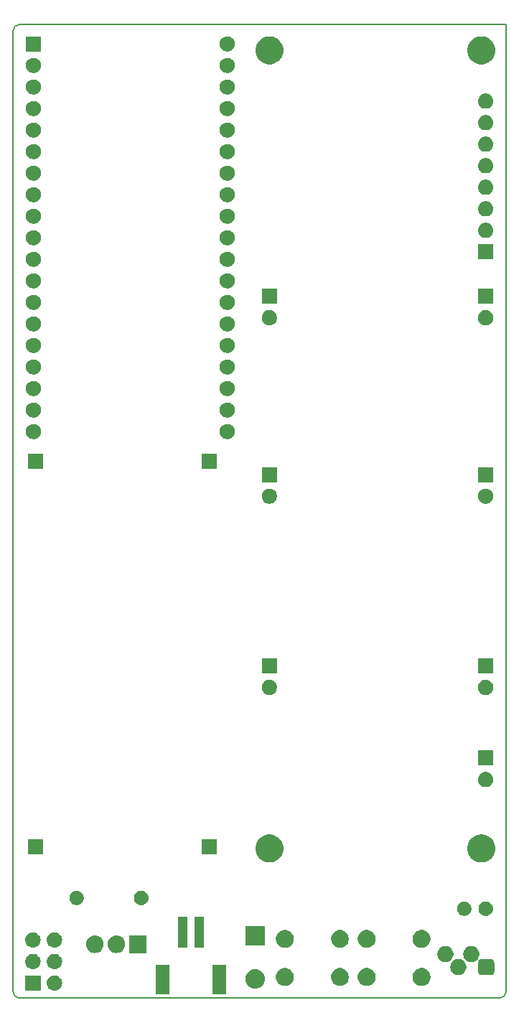
<source format=gbr>
%TF.GenerationSoftware,KiCad,Pcbnew,(5.0.2)-1*%
%TF.CreationDate,2019-03-22T12:12:08-04:00*%
%TF.ProjectId,Door_Lock,446f6f72-5f4c-46f6-936b-2e6b69636164,rev?*%
%TF.SameCoordinates,Original*%
%TF.FileFunction,Soldermask,Bot*%
%TF.FilePolarity,Negative*%
%FSLAX46Y46*%
G04 Gerber Fmt 4.6, Leading zero omitted, Abs format (unit mm)*
G04 Created by KiCad (PCBNEW (5.0.2)-1) date 3/22/2019 12:12:08 PM*
%MOMM*%
%LPD*%
G01*
G04 APERTURE LIST*
%ADD10C,0.150000*%
%ADD11C,0.100000*%
G04 APERTURE END LIST*
D10*
X59436000Y-146050000D02*
G75*
G02X58674000Y-145288000I0J762000D01*
G01*
X116840000Y-145288000D02*
G75*
G02X116078000Y-146050000I-762000J0D01*
G01*
X58674000Y-32004000D02*
G75*
G02X59436000Y-31242000I762000J0D01*
G01*
X58674000Y-145288000D02*
X58674000Y-32004000D01*
X116078000Y-146050000D02*
X59436000Y-146050000D01*
X116840000Y-31242000D02*
X116840000Y-145288000D01*
X59436000Y-31242000D02*
X116840000Y-31242000D01*
D11*
G36*
X83828000Y-145642000D02*
X82226000Y-145642000D01*
X82226000Y-142140000D01*
X83828000Y-142140000D01*
X83828000Y-145642000D01*
X83828000Y-145642000D01*
G37*
G36*
X77128000Y-145642000D02*
X75526000Y-145642000D01*
X75526000Y-142140000D01*
X77128000Y-142140000D01*
X77128000Y-145642000D01*
X77128000Y-145642000D01*
G37*
G36*
X63673942Y-143377518D02*
X63740127Y-143384037D01*
X63853353Y-143418384D01*
X63909967Y-143435557D01*
X63974374Y-143469984D01*
X64066491Y-143519222D01*
X64102229Y-143548552D01*
X64203686Y-143631814D01*
X64286948Y-143733271D01*
X64316278Y-143769009D01*
X64316279Y-143769011D01*
X64399943Y-143925533D01*
X64399943Y-143925534D01*
X64451463Y-144095373D01*
X64468859Y-144272000D01*
X64451463Y-144448627D01*
X64434397Y-144504885D01*
X64399943Y-144618467D01*
X64399167Y-144619918D01*
X64316278Y-144774991D01*
X64286948Y-144810729D01*
X64203686Y-144912186D01*
X64102229Y-144995448D01*
X64066491Y-145024778D01*
X64066489Y-145024779D01*
X63909967Y-145108443D01*
X63853353Y-145125616D01*
X63740127Y-145159963D01*
X63673942Y-145166482D01*
X63607760Y-145173000D01*
X63519240Y-145173000D01*
X63453058Y-145166482D01*
X63386873Y-145159963D01*
X63273647Y-145125616D01*
X63217033Y-145108443D01*
X63060511Y-145024779D01*
X63060509Y-145024778D01*
X63024771Y-144995448D01*
X62923314Y-144912186D01*
X62840052Y-144810729D01*
X62810722Y-144774991D01*
X62727833Y-144619918D01*
X62727057Y-144618467D01*
X62692603Y-144504885D01*
X62675537Y-144448627D01*
X62658141Y-144272000D01*
X62675537Y-144095373D01*
X62727057Y-143925534D01*
X62727057Y-143925533D01*
X62810721Y-143769011D01*
X62810722Y-143769009D01*
X62840052Y-143733271D01*
X62923314Y-143631814D01*
X63024771Y-143548552D01*
X63060509Y-143519222D01*
X63152626Y-143469984D01*
X63217033Y-143435557D01*
X63273647Y-143418384D01*
X63386873Y-143384037D01*
X63453058Y-143377518D01*
X63519240Y-143371000D01*
X63607760Y-143371000D01*
X63673942Y-143377518D01*
X63673942Y-143377518D01*
G37*
G36*
X61924500Y-145173000D02*
X60122500Y-145173000D01*
X60122500Y-143371000D01*
X61924500Y-143371000D01*
X61924500Y-145173000D01*
X61924500Y-145173000D01*
G37*
G36*
X87335080Y-142657762D02*
X87436535Y-142667754D01*
X87653500Y-142733570D01*
X87653502Y-142733571D01*
X87653505Y-142733572D01*
X87853456Y-142840447D01*
X88028718Y-142984282D01*
X88172553Y-143159544D01*
X88279428Y-143359495D01*
X88279429Y-143359498D01*
X88279430Y-143359500D01*
X88345246Y-143576465D01*
X88367469Y-143802100D01*
X88345246Y-144027735D01*
X88279802Y-144243473D01*
X88279428Y-144244705D01*
X88172553Y-144444656D01*
X88028718Y-144619918D01*
X87853456Y-144763753D01*
X87653505Y-144870628D01*
X87653502Y-144870629D01*
X87653500Y-144870630D01*
X87436535Y-144936446D01*
X87335080Y-144946438D01*
X87267445Y-144953100D01*
X87154355Y-144953100D01*
X87086720Y-144946438D01*
X86985265Y-144936446D01*
X86768300Y-144870630D01*
X86768298Y-144870629D01*
X86768295Y-144870628D01*
X86568344Y-144763753D01*
X86393082Y-144619918D01*
X86249247Y-144444656D01*
X86142372Y-144244705D01*
X86141998Y-144243473D01*
X86076554Y-144027735D01*
X86054331Y-143802100D01*
X86076554Y-143576465D01*
X86142370Y-143359500D01*
X86142371Y-143359498D01*
X86142372Y-143359495D01*
X86249247Y-143159544D01*
X86393082Y-142984282D01*
X86568344Y-142840447D01*
X86768295Y-142733572D01*
X86768298Y-142733571D01*
X86768300Y-142733570D01*
X86985265Y-142667754D01*
X87086720Y-142657762D01*
X87154355Y-142651100D01*
X87267445Y-142651100D01*
X87335080Y-142657762D01*
X87335080Y-142657762D01*
G37*
G36*
X107177065Y-142562889D02*
X107368334Y-142642115D01*
X107540476Y-142757137D01*
X107686863Y-142903524D01*
X107801885Y-143075666D01*
X107881111Y-143266935D01*
X107921500Y-143469984D01*
X107921500Y-143677016D01*
X107881111Y-143880065D01*
X107801885Y-144071334D01*
X107686863Y-144243476D01*
X107540476Y-144389863D01*
X107368334Y-144504885D01*
X107177065Y-144584111D01*
X106974016Y-144624500D01*
X106766984Y-144624500D01*
X106563935Y-144584111D01*
X106372666Y-144504885D01*
X106200524Y-144389863D01*
X106054137Y-144243476D01*
X105939115Y-144071334D01*
X105859889Y-143880065D01*
X105819500Y-143677016D01*
X105819500Y-143469984D01*
X105859889Y-143266935D01*
X105939115Y-143075666D01*
X106054137Y-142903524D01*
X106200524Y-142757137D01*
X106372666Y-142642115D01*
X106563935Y-142562889D01*
X106766984Y-142522500D01*
X106974016Y-142522500D01*
X107177065Y-142562889D01*
X107177065Y-142562889D01*
G37*
G36*
X91037765Y-142562889D02*
X91229034Y-142642115D01*
X91401176Y-142757137D01*
X91547563Y-142903524D01*
X91662585Y-143075666D01*
X91741811Y-143266935D01*
X91782200Y-143469984D01*
X91782200Y-143677016D01*
X91741811Y-143880065D01*
X91662585Y-144071334D01*
X91547563Y-144243476D01*
X91401176Y-144389863D01*
X91229034Y-144504885D01*
X91037765Y-144584111D01*
X90834716Y-144624500D01*
X90627684Y-144624500D01*
X90424635Y-144584111D01*
X90233366Y-144504885D01*
X90061224Y-144389863D01*
X89914837Y-144243476D01*
X89799815Y-144071334D01*
X89720589Y-143880065D01*
X89680200Y-143677016D01*
X89680200Y-143469984D01*
X89720589Y-143266935D01*
X89799815Y-143075666D01*
X89914837Y-142903524D01*
X90061224Y-142757137D01*
X90233366Y-142642115D01*
X90424635Y-142562889D01*
X90627684Y-142522500D01*
X90834716Y-142522500D01*
X91037765Y-142562889D01*
X91037765Y-142562889D01*
G37*
G36*
X97537765Y-142562889D02*
X97729034Y-142642115D01*
X97901176Y-142757137D01*
X98047563Y-142903524D01*
X98162585Y-143075666D01*
X98241811Y-143266935D01*
X98282200Y-143469984D01*
X98282200Y-143677016D01*
X98241811Y-143880065D01*
X98162585Y-144071334D01*
X98047563Y-144243476D01*
X97901176Y-144389863D01*
X97729034Y-144504885D01*
X97537765Y-144584111D01*
X97334716Y-144624500D01*
X97127684Y-144624500D01*
X96924635Y-144584111D01*
X96733366Y-144504885D01*
X96561224Y-144389863D01*
X96414837Y-144243476D01*
X96299815Y-144071334D01*
X96220589Y-143880065D01*
X96180200Y-143677016D01*
X96180200Y-143469984D01*
X96220589Y-143266935D01*
X96299815Y-143075666D01*
X96414837Y-142903524D01*
X96561224Y-142757137D01*
X96733366Y-142642115D01*
X96924635Y-142562889D01*
X97127684Y-142522500D01*
X97334716Y-142522500D01*
X97537765Y-142562889D01*
X97537765Y-142562889D01*
G37*
G36*
X100677065Y-142562889D02*
X100868334Y-142642115D01*
X101040476Y-142757137D01*
X101186863Y-142903524D01*
X101301885Y-143075666D01*
X101381111Y-143266935D01*
X101421500Y-143469984D01*
X101421500Y-143677016D01*
X101381111Y-143880065D01*
X101301885Y-144071334D01*
X101186863Y-144243476D01*
X101040476Y-144389863D01*
X100868334Y-144504885D01*
X100677065Y-144584111D01*
X100474016Y-144624500D01*
X100266984Y-144624500D01*
X100063935Y-144584111D01*
X99872666Y-144504885D01*
X99700524Y-144389863D01*
X99554137Y-144243476D01*
X99439115Y-144071334D01*
X99359889Y-143880065D01*
X99319500Y-143677016D01*
X99319500Y-143469984D01*
X99359889Y-143266935D01*
X99439115Y-143075666D01*
X99554137Y-142903524D01*
X99700524Y-142757137D01*
X99872666Y-142642115D01*
X100063935Y-142562889D01*
X100266984Y-142522500D01*
X100474016Y-142522500D01*
X100677065Y-142562889D01*
X100677065Y-142562889D01*
G37*
G36*
X111465896Y-141490646D02*
X111638966Y-141562334D01*
X111794730Y-141666412D01*
X111927188Y-141798870D01*
X112031266Y-141954634D01*
X112102954Y-142127704D01*
X112139500Y-142311433D01*
X112139500Y-142498767D01*
X112102954Y-142682496D01*
X112031266Y-142855566D01*
X111927188Y-143011330D01*
X111794730Y-143143788D01*
X111638966Y-143247866D01*
X111465896Y-143319554D01*
X111282167Y-143356100D01*
X111094833Y-143356100D01*
X110911104Y-143319554D01*
X110738034Y-143247866D01*
X110582270Y-143143788D01*
X110449812Y-143011330D01*
X110345734Y-142855566D01*
X110274046Y-142682496D01*
X110237500Y-142498767D01*
X110237500Y-142311433D01*
X110274046Y-142127704D01*
X110345734Y-141954634D01*
X110449812Y-141798870D01*
X110582270Y-141666412D01*
X110738034Y-141562334D01*
X110911104Y-141490646D01*
X111094833Y-141454100D01*
X111282167Y-141454100D01*
X111465896Y-141490646D01*
X111465896Y-141490646D01*
G37*
G36*
X112989896Y-139966646D02*
X113162966Y-140038334D01*
X113318730Y-140142412D01*
X113451188Y-140274870D01*
X113555266Y-140430634D01*
X113626954Y-140603704D01*
X113663500Y-140787433D01*
X113663500Y-140974767D01*
X113626954Y-141158496D01*
X113555265Y-141331570D01*
X113534312Y-141362928D01*
X113522761Y-141384539D01*
X113515648Y-141407988D01*
X113513246Y-141432374D01*
X113515648Y-141456760D01*
X113522762Y-141480210D01*
X113534313Y-141501820D01*
X113549858Y-141520762D01*
X113568801Y-141536307D01*
X113590412Y-141547858D01*
X113613861Y-141554971D01*
X113638247Y-141557373D01*
X113662633Y-141554971D01*
X113686083Y-141547857D01*
X113707693Y-141536306D01*
X113717548Y-141528997D01*
X113723389Y-141524203D01*
X113794679Y-141486098D01*
X113872047Y-141462629D01*
X113958641Y-141454100D01*
X115022359Y-141454100D01*
X115108953Y-141462629D01*
X115186321Y-141486098D01*
X115257611Y-141524203D01*
X115320107Y-141575493D01*
X115371397Y-141637989D01*
X115409502Y-141709279D01*
X115432971Y-141786647D01*
X115441500Y-141873241D01*
X115441500Y-142936959D01*
X115432971Y-143023553D01*
X115409502Y-143100921D01*
X115371397Y-143172211D01*
X115320107Y-143234707D01*
X115257611Y-143285997D01*
X115186321Y-143324102D01*
X115108953Y-143347571D01*
X115022359Y-143356100D01*
X113958641Y-143356100D01*
X113872047Y-143347571D01*
X113794679Y-143324102D01*
X113723389Y-143285997D01*
X113660893Y-143234707D01*
X113609603Y-143172211D01*
X113571498Y-143100921D01*
X113548029Y-143023553D01*
X113539500Y-142936959D01*
X113539500Y-141873241D01*
X113548029Y-141786647D01*
X113574100Y-141700704D01*
X113576649Y-141694549D01*
X113581430Y-141670516D01*
X113581430Y-141646012D01*
X113576650Y-141621978D01*
X113567273Y-141599339D01*
X113553659Y-141578964D01*
X113536333Y-141561637D01*
X113515958Y-141548023D01*
X113493319Y-141538645D01*
X113469286Y-141533864D01*
X113444782Y-141533864D01*
X113420748Y-141538644D01*
X113398109Y-141548021D01*
X113377734Y-141561635D01*
X113368644Y-141569874D01*
X113318730Y-141619788D01*
X113162966Y-141723866D01*
X112989896Y-141795554D01*
X112806167Y-141832100D01*
X112618833Y-141832100D01*
X112435104Y-141795554D01*
X112262034Y-141723866D01*
X112106270Y-141619788D01*
X111973812Y-141487330D01*
X111869734Y-141331566D01*
X111798046Y-141158496D01*
X111761500Y-140974767D01*
X111761500Y-140787433D01*
X111798046Y-140603704D01*
X111869734Y-140430634D01*
X111973812Y-140274870D01*
X112106270Y-140142412D01*
X112262034Y-140038334D01*
X112435104Y-139966646D01*
X112618833Y-139930100D01*
X112806167Y-139930100D01*
X112989896Y-139966646D01*
X112989896Y-139966646D01*
G37*
G36*
X63673943Y-140837519D02*
X63740127Y-140844037D01*
X63853353Y-140878384D01*
X63909967Y-140895557D01*
X64048587Y-140969652D01*
X64066491Y-140979222D01*
X64102229Y-141008552D01*
X64203686Y-141091814D01*
X64286948Y-141193271D01*
X64316278Y-141229009D01*
X64316279Y-141229011D01*
X64399943Y-141385533D01*
X64414152Y-141432374D01*
X64451463Y-141555373D01*
X64468859Y-141732000D01*
X64451463Y-141908627D01*
X64437507Y-141954633D01*
X64399943Y-142078467D01*
X64373625Y-142127704D01*
X64316278Y-142234991D01*
X64286948Y-142270729D01*
X64203686Y-142372186D01*
X64102229Y-142455448D01*
X64066491Y-142484778D01*
X64066489Y-142484779D01*
X63909967Y-142568443D01*
X63853353Y-142585616D01*
X63740127Y-142619963D01*
X63673942Y-142626482D01*
X63607760Y-142633000D01*
X63519240Y-142633000D01*
X63453058Y-142626482D01*
X63386873Y-142619963D01*
X63273647Y-142585616D01*
X63217033Y-142568443D01*
X63060511Y-142484779D01*
X63060509Y-142484778D01*
X63024771Y-142455448D01*
X62923314Y-142372186D01*
X62840052Y-142270729D01*
X62810722Y-142234991D01*
X62753375Y-142127704D01*
X62727057Y-142078467D01*
X62689493Y-141954633D01*
X62675537Y-141908627D01*
X62658141Y-141732000D01*
X62675537Y-141555373D01*
X62712848Y-141432374D01*
X62727057Y-141385533D01*
X62810721Y-141229011D01*
X62810722Y-141229009D01*
X62840052Y-141193271D01*
X62923314Y-141091814D01*
X63024771Y-141008552D01*
X63060509Y-140979222D01*
X63078413Y-140969652D01*
X63217033Y-140895557D01*
X63273647Y-140878384D01*
X63386873Y-140844037D01*
X63453057Y-140837519D01*
X63519240Y-140831000D01*
X63607760Y-140831000D01*
X63673943Y-140837519D01*
X63673943Y-140837519D01*
G37*
G36*
X61133943Y-140837519D02*
X61200127Y-140844037D01*
X61313353Y-140878384D01*
X61369967Y-140895557D01*
X61508587Y-140969652D01*
X61526491Y-140979222D01*
X61562229Y-141008552D01*
X61663686Y-141091814D01*
X61746948Y-141193271D01*
X61776278Y-141229009D01*
X61776279Y-141229011D01*
X61859943Y-141385533D01*
X61874152Y-141432374D01*
X61911463Y-141555373D01*
X61928859Y-141732000D01*
X61911463Y-141908627D01*
X61897507Y-141954633D01*
X61859943Y-142078467D01*
X61833625Y-142127704D01*
X61776278Y-142234991D01*
X61746948Y-142270729D01*
X61663686Y-142372186D01*
X61562229Y-142455448D01*
X61526491Y-142484778D01*
X61526489Y-142484779D01*
X61369967Y-142568443D01*
X61313353Y-142585616D01*
X61200127Y-142619963D01*
X61133942Y-142626482D01*
X61067760Y-142633000D01*
X60979240Y-142633000D01*
X60913058Y-142626482D01*
X60846873Y-142619963D01*
X60733647Y-142585616D01*
X60677033Y-142568443D01*
X60520511Y-142484779D01*
X60520509Y-142484778D01*
X60484771Y-142455448D01*
X60383314Y-142372186D01*
X60300052Y-142270729D01*
X60270722Y-142234991D01*
X60213375Y-142127704D01*
X60187057Y-142078467D01*
X60149493Y-141954633D01*
X60135537Y-141908627D01*
X60118141Y-141732000D01*
X60135537Y-141555373D01*
X60172848Y-141432374D01*
X60187057Y-141385533D01*
X60270721Y-141229011D01*
X60270722Y-141229009D01*
X60300052Y-141193271D01*
X60383314Y-141091814D01*
X60484771Y-141008552D01*
X60520509Y-140979222D01*
X60538413Y-140969652D01*
X60677033Y-140895557D01*
X60733647Y-140878384D01*
X60846873Y-140844037D01*
X60913057Y-140837519D01*
X60979240Y-140831000D01*
X61067760Y-140831000D01*
X61133943Y-140837519D01*
X61133943Y-140837519D01*
G37*
G36*
X109941896Y-139966646D02*
X110114966Y-140038334D01*
X110270730Y-140142412D01*
X110403188Y-140274870D01*
X110507266Y-140430634D01*
X110578954Y-140603704D01*
X110615500Y-140787433D01*
X110615500Y-140974767D01*
X110578954Y-141158496D01*
X110507266Y-141331566D01*
X110403188Y-141487330D01*
X110270730Y-141619788D01*
X110114966Y-141723866D01*
X109941896Y-141795554D01*
X109758167Y-141832100D01*
X109570833Y-141832100D01*
X109387104Y-141795554D01*
X109214034Y-141723866D01*
X109058270Y-141619788D01*
X108925812Y-141487330D01*
X108821734Y-141331566D01*
X108750046Y-141158496D01*
X108713500Y-140974767D01*
X108713500Y-140787433D01*
X108750046Y-140603704D01*
X108821734Y-140430634D01*
X108925812Y-140274870D01*
X109058270Y-140142412D01*
X109214034Y-140038334D01*
X109387104Y-139966646D01*
X109570833Y-139930100D01*
X109758167Y-139930100D01*
X109941896Y-139966646D01*
X109941896Y-139966646D01*
G37*
G36*
X71062720Y-138663520D02*
X71251881Y-138720901D01*
X71426212Y-138814083D01*
X71579015Y-138939485D01*
X71704417Y-139092288D01*
X71797599Y-139266620D01*
X71854980Y-139455781D01*
X71869500Y-139603207D01*
X71869500Y-139796794D01*
X71854980Y-139944220D01*
X71797599Y-140133381D01*
X71704417Y-140307712D01*
X71579015Y-140460515D01*
X71426212Y-140585917D01*
X71251880Y-140679099D01*
X71062719Y-140736480D01*
X70866000Y-140755855D01*
X70669280Y-140736480D01*
X70480119Y-140679099D01*
X70305788Y-140585917D01*
X70152985Y-140460515D01*
X70027583Y-140307712D01*
X69934401Y-140133380D01*
X69877020Y-139944219D01*
X69862500Y-139796793D01*
X69862500Y-139603206D01*
X69877020Y-139455780D01*
X69934401Y-139266619D01*
X70027583Y-139092288D01*
X70152985Y-138939485D01*
X70305788Y-138814083D01*
X70480120Y-138720901D01*
X70669281Y-138663520D01*
X70866000Y-138644145D01*
X71062720Y-138663520D01*
X71062720Y-138663520D01*
G37*
G36*
X68522720Y-138663520D02*
X68711881Y-138720901D01*
X68886212Y-138814083D01*
X69039015Y-138939485D01*
X69164417Y-139092288D01*
X69257599Y-139266620D01*
X69314980Y-139455781D01*
X69329500Y-139603207D01*
X69329500Y-139796794D01*
X69314980Y-139944220D01*
X69257599Y-140133381D01*
X69164417Y-140307712D01*
X69039015Y-140460515D01*
X68886212Y-140585917D01*
X68711880Y-140679099D01*
X68522719Y-140736480D01*
X68326000Y-140755855D01*
X68129280Y-140736480D01*
X67940119Y-140679099D01*
X67765788Y-140585917D01*
X67612985Y-140460515D01*
X67487583Y-140307712D01*
X67394401Y-140133380D01*
X67337020Y-139944219D01*
X67322500Y-139796793D01*
X67322500Y-139603206D01*
X67337020Y-139455780D01*
X67394401Y-139266619D01*
X67487583Y-139092288D01*
X67612985Y-138939485D01*
X67765788Y-138814083D01*
X67940120Y-138720901D01*
X68129281Y-138663520D01*
X68326000Y-138644145D01*
X68522720Y-138663520D01*
X68522720Y-138663520D01*
G37*
G36*
X74409500Y-140751000D02*
X72402500Y-140751000D01*
X72402500Y-138649000D01*
X74409500Y-138649000D01*
X74409500Y-140751000D01*
X74409500Y-140751000D01*
G37*
G36*
X107177065Y-138062889D02*
X107368334Y-138142115D01*
X107540476Y-138257137D01*
X107686863Y-138403524D01*
X107801885Y-138575666D01*
X107881111Y-138766935D01*
X107921500Y-138969984D01*
X107921500Y-139177016D01*
X107881111Y-139380065D01*
X107801885Y-139571334D01*
X107686863Y-139743476D01*
X107540476Y-139889863D01*
X107368334Y-140004885D01*
X107177065Y-140084111D01*
X106974016Y-140124500D01*
X106766984Y-140124500D01*
X106563935Y-140084111D01*
X106372666Y-140004885D01*
X106200524Y-139889863D01*
X106054137Y-139743476D01*
X105939115Y-139571334D01*
X105859889Y-139380065D01*
X105819500Y-139177016D01*
X105819500Y-138969984D01*
X105859889Y-138766935D01*
X105939115Y-138575666D01*
X106054137Y-138403524D01*
X106200524Y-138257137D01*
X106372666Y-138142115D01*
X106563935Y-138062889D01*
X106766984Y-138022500D01*
X106974016Y-138022500D01*
X107177065Y-138062889D01*
X107177065Y-138062889D01*
G37*
G36*
X100677065Y-138062889D02*
X100868334Y-138142115D01*
X101040476Y-138257137D01*
X101186863Y-138403524D01*
X101301885Y-138575666D01*
X101381111Y-138766935D01*
X101421500Y-138969984D01*
X101421500Y-139177016D01*
X101381111Y-139380065D01*
X101301885Y-139571334D01*
X101186863Y-139743476D01*
X101040476Y-139889863D01*
X100868334Y-140004885D01*
X100677065Y-140084111D01*
X100474016Y-140124500D01*
X100266984Y-140124500D01*
X100063935Y-140084111D01*
X99872666Y-140004885D01*
X99700524Y-139889863D01*
X99554137Y-139743476D01*
X99439115Y-139571334D01*
X99359889Y-139380065D01*
X99319500Y-139177016D01*
X99319500Y-138969984D01*
X99359889Y-138766935D01*
X99439115Y-138575666D01*
X99554137Y-138403524D01*
X99700524Y-138257137D01*
X99872666Y-138142115D01*
X100063935Y-138062889D01*
X100266984Y-138022500D01*
X100474016Y-138022500D01*
X100677065Y-138062889D01*
X100677065Y-138062889D01*
G37*
G36*
X97537765Y-138062889D02*
X97729034Y-138142115D01*
X97901176Y-138257137D01*
X98047563Y-138403524D01*
X98162585Y-138575666D01*
X98241811Y-138766935D01*
X98282200Y-138969984D01*
X98282200Y-139177016D01*
X98241811Y-139380065D01*
X98162585Y-139571334D01*
X98047563Y-139743476D01*
X97901176Y-139889863D01*
X97729034Y-140004885D01*
X97537765Y-140084111D01*
X97334716Y-140124500D01*
X97127684Y-140124500D01*
X96924635Y-140084111D01*
X96733366Y-140004885D01*
X96561224Y-139889863D01*
X96414837Y-139743476D01*
X96299815Y-139571334D01*
X96220589Y-139380065D01*
X96180200Y-139177016D01*
X96180200Y-138969984D01*
X96220589Y-138766935D01*
X96299815Y-138575666D01*
X96414837Y-138403524D01*
X96561224Y-138257137D01*
X96733366Y-138142115D01*
X96924635Y-138062889D01*
X97127684Y-138022500D01*
X97334716Y-138022500D01*
X97537765Y-138062889D01*
X97537765Y-138062889D01*
G37*
G36*
X91037765Y-138062889D02*
X91229034Y-138142115D01*
X91401176Y-138257137D01*
X91547563Y-138403524D01*
X91662585Y-138575666D01*
X91741811Y-138766935D01*
X91782200Y-138969984D01*
X91782200Y-139177016D01*
X91741811Y-139380065D01*
X91662585Y-139571334D01*
X91547563Y-139743476D01*
X91401176Y-139889863D01*
X91229034Y-140004885D01*
X91037765Y-140084111D01*
X90834716Y-140124500D01*
X90627684Y-140124500D01*
X90424635Y-140084111D01*
X90233366Y-140004885D01*
X90061224Y-139889863D01*
X89914837Y-139743476D01*
X89799815Y-139571334D01*
X89720589Y-139380065D01*
X89680200Y-139177016D01*
X89680200Y-138969984D01*
X89720589Y-138766935D01*
X89799815Y-138575666D01*
X89914837Y-138403524D01*
X90061224Y-138257137D01*
X90233366Y-138142115D01*
X90424635Y-138062889D01*
X90627684Y-138022500D01*
X90834716Y-138022500D01*
X91037765Y-138062889D01*
X91037765Y-138062889D01*
G37*
G36*
X63673943Y-138297519D02*
X63740127Y-138304037D01*
X63853353Y-138338384D01*
X63909967Y-138355557D01*
X63999711Y-138403527D01*
X64066491Y-138439222D01*
X64102229Y-138468552D01*
X64203686Y-138551814D01*
X64279459Y-138644145D01*
X64316278Y-138689009D01*
X64316279Y-138689011D01*
X64399943Y-138845533D01*
X64399943Y-138845534D01*
X64451463Y-139015373D01*
X64468859Y-139192000D01*
X64451463Y-139368627D01*
X64425024Y-139455784D01*
X64399943Y-139538467D01*
X64365338Y-139603207D01*
X64316278Y-139694991D01*
X64286948Y-139730729D01*
X64203686Y-139832186D01*
X64102229Y-139915448D01*
X64066491Y-139944778D01*
X64066489Y-139944779D01*
X63909967Y-140028443D01*
X63853353Y-140045616D01*
X63740127Y-140079963D01*
X63673943Y-140086481D01*
X63607760Y-140093000D01*
X63519240Y-140093000D01*
X63453057Y-140086481D01*
X63386873Y-140079963D01*
X63273647Y-140045616D01*
X63217033Y-140028443D01*
X63060511Y-139944779D01*
X63060509Y-139944778D01*
X63024771Y-139915448D01*
X62923314Y-139832186D01*
X62840052Y-139730729D01*
X62810722Y-139694991D01*
X62761662Y-139603207D01*
X62727057Y-139538467D01*
X62701976Y-139455784D01*
X62675537Y-139368627D01*
X62658141Y-139192000D01*
X62675537Y-139015373D01*
X62727057Y-138845534D01*
X62727057Y-138845533D01*
X62810721Y-138689011D01*
X62810722Y-138689009D01*
X62847541Y-138644145D01*
X62923314Y-138551814D01*
X63024771Y-138468552D01*
X63060509Y-138439222D01*
X63127289Y-138403527D01*
X63217033Y-138355557D01*
X63273647Y-138338384D01*
X63386873Y-138304037D01*
X63453057Y-138297519D01*
X63519240Y-138291000D01*
X63607760Y-138291000D01*
X63673943Y-138297519D01*
X63673943Y-138297519D01*
G37*
G36*
X61133943Y-138297519D02*
X61200127Y-138304037D01*
X61313353Y-138338384D01*
X61369967Y-138355557D01*
X61459711Y-138403527D01*
X61526491Y-138439222D01*
X61562229Y-138468552D01*
X61663686Y-138551814D01*
X61739459Y-138644145D01*
X61776278Y-138689009D01*
X61776279Y-138689011D01*
X61859943Y-138845533D01*
X61859943Y-138845534D01*
X61911463Y-139015373D01*
X61928859Y-139192000D01*
X61911463Y-139368627D01*
X61885024Y-139455784D01*
X61859943Y-139538467D01*
X61825338Y-139603207D01*
X61776278Y-139694991D01*
X61746948Y-139730729D01*
X61663686Y-139832186D01*
X61562229Y-139915448D01*
X61526491Y-139944778D01*
X61526489Y-139944779D01*
X61369967Y-140028443D01*
X61313353Y-140045616D01*
X61200127Y-140079963D01*
X61133943Y-140086481D01*
X61067760Y-140093000D01*
X60979240Y-140093000D01*
X60913057Y-140086481D01*
X60846873Y-140079963D01*
X60733647Y-140045616D01*
X60677033Y-140028443D01*
X60520511Y-139944779D01*
X60520509Y-139944778D01*
X60484771Y-139915448D01*
X60383314Y-139832186D01*
X60300052Y-139730729D01*
X60270722Y-139694991D01*
X60221662Y-139603207D01*
X60187057Y-139538467D01*
X60161976Y-139455784D01*
X60135537Y-139368627D01*
X60118141Y-139192000D01*
X60135537Y-139015373D01*
X60187057Y-138845534D01*
X60187057Y-138845533D01*
X60270721Y-138689011D01*
X60270722Y-138689009D01*
X60307541Y-138644145D01*
X60383314Y-138551814D01*
X60484771Y-138468552D01*
X60520509Y-138439222D01*
X60587289Y-138403527D01*
X60677033Y-138355557D01*
X60733647Y-138338384D01*
X60846873Y-138304037D01*
X60913057Y-138297519D01*
X60979240Y-138291000D01*
X61067760Y-138291000D01*
X61133943Y-138297519D01*
X61133943Y-138297519D01*
G37*
G36*
X81228000Y-140092000D02*
X80126000Y-140092000D01*
X80126000Y-136490000D01*
X81228000Y-136490000D01*
X81228000Y-140092000D01*
X81228000Y-140092000D01*
G37*
G36*
X79228000Y-140092000D02*
X78126000Y-140092000D01*
X78126000Y-136490000D01*
X79228000Y-136490000D01*
X79228000Y-140092000D01*
X79228000Y-140092000D01*
G37*
G36*
X88361900Y-139873100D02*
X86059900Y-139873100D01*
X86059900Y-137571100D01*
X88361900Y-137571100D01*
X88361900Y-139873100D01*
X88361900Y-139873100D01*
G37*
G36*
X114593821Y-134670313D02*
X114593824Y-134670314D01*
X114593825Y-134670314D01*
X114754239Y-134718975D01*
X114754241Y-134718976D01*
X114754244Y-134718977D01*
X114902078Y-134797995D01*
X115031659Y-134904341D01*
X115138005Y-135033922D01*
X115217023Y-135181756D01*
X115217024Y-135181759D01*
X115217025Y-135181761D01*
X115265686Y-135342175D01*
X115265687Y-135342179D01*
X115282117Y-135509000D01*
X115265687Y-135675821D01*
X115265686Y-135675824D01*
X115265686Y-135675825D01*
X115240993Y-135757228D01*
X115217023Y-135836244D01*
X115138005Y-135984078D01*
X115031659Y-136113659D01*
X114902078Y-136220005D01*
X114754244Y-136299023D01*
X114754241Y-136299024D01*
X114754239Y-136299025D01*
X114593825Y-136347686D01*
X114593824Y-136347686D01*
X114593821Y-136347687D01*
X114468804Y-136360000D01*
X114385196Y-136360000D01*
X114260179Y-136347687D01*
X114260176Y-136347686D01*
X114260175Y-136347686D01*
X114099761Y-136299025D01*
X114099759Y-136299024D01*
X114099756Y-136299023D01*
X113951922Y-136220005D01*
X113822341Y-136113659D01*
X113715995Y-135984078D01*
X113636977Y-135836244D01*
X113613008Y-135757228D01*
X113588314Y-135675825D01*
X113588314Y-135675824D01*
X113588313Y-135675821D01*
X113571883Y-135509000D01*
X113588313Y-135342179D01*
X113588314Y-135342175D01*
X113636975Y-135181761D01*
X113636976Y-135181759D01*
X113636977Y-135181756D01*
X113715995Y-135033922D01*
X113822341Y-134904341D01*
X113951922Y-134797995D01*
X114099756Y-134718977D01*
X114099759Y-134718976D01*
X114099761Y-134718975D01*
X114260175Y-134670314D01*
X114260176Y-134670314D01*
X114260179Y-134670313D01*
X114385196Y-134658000D01*
X114468804Y-134658000D01*
X114593821Y-134670313D01*
X114593821Y-134670313D01*
G37*
G36*
X112135228Y-134690703D02*
X112290100Y-134754853D01*
X112429481Y-134847985D01*
X112548015Y-134966519D01*
X112641147Y-135105900D01*
X112705297Y-135260772D01*
X112738000Y-135425184D01*
X112738000Y-135592816D01*
X112705297Y-135757228D01*
X112641147Y-135912100D01*
X112548015Y-136051481D01*
X112429481Y-136170015D01*
X112290100Y-136263147D01*
X112135228Y-136327297D01*
X111970816Y-136360000D01*
X111803184Y-136360000D01*
X111638772Y-136327297D01*
X111483900Y-136263147D01*
X111344519Y-136170015D01*
X111225985Y-136051481D01*
X111132853Y-135912100D01*
X111068703Y-135757228D01*
X111036000Y-135592816D01*
X111036000Y-135425184D01*
X111068703Y-135260772D01*
X111132853Y-135105900D01*
X111225985Y-134966519D01*
X111344519Y-134847985D01*
X111483900Y-134754853D01*
X111638772Y-134690703D01*
X111803184Y-134658000D01*
X111970816Y-134658000D01*
X112135228Y-134690703D01*
X112135228Y-134690703D01*
G37*
G36*
X66415228Y-133420703D02*
X66570100Y-133484853D01*
X66709481Y-133577985D01*
X66828015Y-133696519D01*
X66921147Y-133835900D01*
X66985297Y-133990772D01*
X67018000Y-134155184D01*
X67018000Y-134322816D01*
X66985297Y-134487228D01*
X66921147Y-134642100D01*
X66828015Y-134781481D01*
X66709481Y-134900015D01*
X66570100Y-134993147D01*
X66415228Y-135057297D01*
X66250816Y-135090000D01*
X66083184Y-135090000D01*
X65918772Y-135057297D01*
X65763900Y-134993147D01*
X65624519Y-134900015D01*
X65505985Y-134781481D01*
X65412853Y-134642100D01*
X65348703Y-134487228D01*
X65316000Y-134322816D01*
X65316000Y-134155184D01*
X65348703Y-133990772D01*
X65412853Y-133835900D01*
X65505985Y-133696519D01*
X65624519Y-133577985D01*
X65763900Y-133484853D01*
X65918772Y-133420703D01*
X66083184Y-133388000D01*
X66250816Y-133388000D01*
X66415228Y-133420703D01*
X66415228Y-133420703D01*
G37*
G36*
X73953821Y-133400313D02*
X73953824Y-133400314D01*
X73953825Y-133400314D01*
X74114239Y-133448975D01*
X74114241Y-133448976D01*
X74114244Y-133448977D01*
X74262078Y-133527995D01*
X74391659Y-133634341D01*
X74498005Y-133763922D01*
X74577023Y-133911756D01*
X74577024Y-133911759D01*
X74577025Y-133911761D01*
X74625686Y-134072175D01*
X74625687Y-134072179D01*
X74642117Y-134239000D01*
X74625687Y-134405821D01*
X74625686Y-134405824D01*
X74625686Y-134405825D01*
X74600993Y-134487228D01*
X74577023Y-134566244D01*
X74498005Y-134714078D01*
X74391659Y-134843659D01*
X74262078Y-134950005D01*
X74114244Y-135029023D01*
X74114241Y-135029024D01*
X74114239Y-135029025D01*
X73953825Y-135077686D01*
X73953824Y-135077686D01*
X73953821Y-135077687D01*
X73828804Y-135090000D01*
X73745196Y-135090000D01*
X73620179Y-135077687D01*
X73620176Y-135077686D01*
X73620175Y-135077686D01*
X73459761Y-135029025D01*
X73459759Y-135029024D01*
X73459756Y-135029023D01*
X73311922Y-134950005D01*
X73182341Y-134843659D01*
X73075995Y-134714078D01*
X72996977Y-134566244D01*
X72973008Y-134487228D01*
X72948314Y-134405825D01*
X72948314Y-134405824D01*
X72948313Y-134405821D01*
X72931883Y-134239000D01*
X72948313Y-134072179D01*
X72948314Y-134072175D01*
X72996975Y-133911761D01*
X72996976Y-133911759D01*
X72996977Y-133911756D01*
X73075995Y-133763922D01*
X73182341Y-133634341D01*
X73311922Y-133527995D01*
X73459756Y-133448977D01*
X73459759Y-133448976D01*
X73459761Y-133448975D01*
X73620175Y-133400314D01*
X73620176Y-133400314D01*
X73620179Y-133400313D01*
X73745196Y-133388000D01*
X73828804Y-133388000D01*
X73953821Y-133400313D01*
X73953821Y-133400313D01*
G37*
G36*
X114287956Y-126801298D02*
X114394279Y-126822447D01*
X114694742Y-126946903D01*
X114961552Y-127125180D01*
X114965154Y-127127587D01*
X115195113Y-127357546D01*
X115375798Y-127627960D01*
X115500253Y-127928422D01*
X115563700Y-128247389D01*
X115563700Y-128572611D01*
X115500253Y-128891578D01*
X115375798Y-129192040D01*
X115195113Y-129462454D01*
X114965154Y-129692413D01*
X114965151Y-129692415D01*
X114694742Y-129873097D01*
X114394279Y-129997553D01*
X114287956Y-130018702D01*
X114075311Y-130061000D01*
X113750089Y-130061000D01*
X113537444Y-130018702D01*
X113431121Y-129997553D01*
X113130658Y-129873097D01*
X112860249Y-129692415D01*
X112860246Y-129692413D01*
X112630287Y-129462454D01*
X112449602Y-129192040D01*
X112325147Y-128891578D01*
X112261700Y-128572611D01*
X112261700Y-128247389D01*
X112325147Y-127928422D01*
X112449602Y-127627960D01*
X112630287Y-127357546D01*
X112860246Y-127127587D01*
X112863848Y-127125180D01*
X113130658Y-126946903D01*
X113431121Y-126822447D01*
X113537444Y-126801298D01*
X113750089Y-126759000D01*
X114075311Y-126759000D01*
X114287956Y-126801298D01*
X114287956Y-126801298D01*
G37*
G36*
X89287956Y-126801298D02*
X89394279Y-126822447D01*
X89694742Y-126946903D01*
X89961552Y-127125180D01*
X89965154Y-127127587D01*
X90195113Y-127357546D01*
X90375798Y-127627960D01*
X90500253Y-127928422D01*
X90563700Y-128247389D01*
X90563700Y-128572611D01*
X90500253Y-128891578D01*
X90375798Y-129192040D01*
X90195113Y-129462454D01*
X89965154Y-129692413D01*
X89965151Y-129692415D01*
X89694742Y-129873097D01*
X89394279Y-129997553D01*
X89287956Y-130018702D01*
X89075311Y-130061000D01*
X88750089Y-130061000D01*
X88537444Y-130018702D01*
X88431121Y-129997553D01*
X88130658Y-129873097D01*
X87860249Y-129692415D01*
X87860246Y-129692413D01*
X87630287Y-129462454D01*
X87449602Y-129192040D01*
X87325147Y-128891578D01*
X87261700Y-128572611D01*
X87261700Y-128247389D01*
X87325147Y-127928422D01*
X87449602Y-127627960D01*
X87630287Y-127357546D01*
X87860246Y-127127587D01*
X87863848Y-127125180D01*
X88130658Y-126946903D01*
X88431121Y-126822447D01*
X88537444Y-126801298D01*
X88750089Y-126759000D01*
X89075311Y-126759000D01*
X89287956Y-126801298D01*
X89287956Y-126801298D01*
G37*
G36*
X62242000Y-129141500D02*
X60440000Y-129141500D01*
X60440000Y-127339500D01*
X62242000Y-127339500D01*
X62242000Y-129141500D01*
X62242000Y-129141500D01*
G37*
G36*
X82742000Y-129141500D02*
X80940000Y-129141500D01*
X80940000Y-127339500D01*
X82742000Y-127339500D01*
X82742000Y-129141500D01*
X82742000Y-129141500D01*
G37*
G36*
X114523142Y-119374518D02*
X114589327Y-119381037D01*
X114702553Y-119415384D01*
X114759167Y-119432557D01*
X114897787Y-119506652D01*
X114915691Y-119516222D01*
X114951429Y-119545552D01*
X115052886Y-119628814D01*
X115136148Y-119730271D01*
X115165478Y-119766009D01*
X115165479Y-119766011D01*
X115249143Y-119922533D01*
X115249143Y-119922534D01*
X115300663Y-120092373D01*
X115318059Y-120269000D01*
X115300663Y-120445627D01*
X115266316Y-120558853D01*
X115249143Y-120615467D01*
X115175048Y-120754087D01*
X115165478Y-120771991D01*
X115136148Y-120807729D01*
X115052886Y-120909186D01*
X114951429Y-120992448D01*
X114915691Y-121021778D01*
X114915689Y-121021779D01*
X114759167Y-121105443D01*
X114702553Y-121122616D01*
X114589327Y-121156963D01*
X114523142Y-121163482D01*
X114456960Y-121170000D01*
X114368440Y-121170000D01*
X114302258Y-121163482D01*
X114236073Y-121156963D01*
X114122847Y-121122616D01*
X114066233Y-121105443D01*
X113909711Y-121021779D01*
X113909709Y-121021778D01*
X113873971Y-120992448D01*
X113772514Y-120909186D01*
X113689252Y-120807729D01*
X113659922Y-120771991D01*
X113650352Y-120754087D01*
X113576257Y-120615467D01*
X113559084Y-120558853D01*
X113524737Y-120445627D01*
X113507341Y-120269000D01*
X113524737Y-120092373D01*
X113576257Y-119922534D01*
X113576257Y-119922533D01*
X113659921Y-119766011D01*
X113659922Y-119766009D01*
X113689252Y-119730271D01*
X113772514Y-119628814D01*
X113873971Y-119545552D01*
X113909709Y-119516222D01*
X113927613Y-119506652D01*
X114066233Y-119432557D01*
X114122847Y-119415384D01*
X114236073Y-119381037D01*
X114302258Y-119374518D01*
X114368440Y-119368000D01*
X114456960Y-119368000D01*
X114523142Y-119374518D01*
X114523142Y-119374518D01*
G37*
G36*
X115313700Y-118630000D02*
X113511700Y-118630000D01*
X113511700Y-116828000D01*
X115313700Y-116828000D01*
X115313700Y-118630000D01*
X115313700Y-118630000D01*
G37*
G36*
X114675512Y-108543624D02*
X114839484Y-108611544D01*
X114987054Y-108710147D01*
X115112553Y-108835646D01*
X115211156Y-108983216D01*
X115279076Y-109147188D01*
X115313700Y-109321259D01*
X115313700Y-109498741D01*
X115279076Y-109672812D01*
X115211156Y-109836784D01*
X115112553Y-109984354D01*
X114987054Y-110109853D01*
X114839484Y-110208456D01*
X114675512Y-110276376D01*
X114501441Y-110311000D01*
X114323959Y-110311000D01*
X114149888Y-110276376D01*
X113985916Y-110208456D01*
X113838346Y-110109853D01*
X113712847Y-109984354D01*
X113614244Y-109836784D01*
X113546324Y-109672812D01*
X113511700Y-109498741D01*
X113511700Y-109321259D01*
X113546324Y-109147188D01*
X113614244Y-108983216D01*
X113712847Y-108835646D01*
X113838346Y-108710147D01*
X113985916Y-108611544D01*
X114149888Y-108543624D01*
X114323959Y-108509000D01*
X114501441Y-108509000D01*
X114675512Y-108543624D01*
X114675512Y-108543624D01*
G37*
G36*
X89175512Y-108543624D02*
X89339484Y-108611544D01*
X89487054Y-108710147D01*
X89612553Y-108835646D01*
X89711156Y-108983216D01*
X89779076Y-109147188D01*
X89813700Y-109321259D01*
X89813700Y-109498741D01*
X89779076Y-109672812D01*
X89711156Y-109836784D01*
X89612553Y-109984354D01*
X89487054Y-110109853D01*
X89339484Y-110208456D01*
X89175512Y-110276376D01*
X89001441Y-110311000D01*
X88823959Y-110311000D01*
X88649888Y-110276376D01*
X88485916Y-110208456D01*
X88338346Y-110109853D01*
X88212847Y-109984354D01*
X88114244Y-109836784D01*
X88046324Y-109672812D01*
X88011700Y-109498741D01*
X88011700Y-109321259D01*
X88046324Y-109147188D01*
X88114244Y-108983216D01*
X88212847Y-108835646D01*
X88338346Y-108710147D01*
X88485916Y-108611544D01*
X88649888Y-108543624D01*
X88823959Y-108509000D01*
X89001441Y-108509000D01*
X89175512Y-108543624D01*
X89175512Y-108543624D01*
G37*
G36*
X115313700Y-107771000D02*
X113511700Y-107771000D01*
X113511700Y-105969000D01*
X115313700Y-105969000D01*
X115313700Y-107771000D01*
X115313700Y-107771000D01*
G37*
G36*
X89813700Y-107771000D02*
X88011700Y-107771000D01*
X88011700Y-105969000D01*
X89813700Y-105969000D01*
X89813700Y-107771000D01*
X89813700Y-107771000D01*
G37*
G36*
X89175512Y-86003624D02*
X89339484Y-86071544D01*
X89487054Y-86170147D01*
X89612553Y-86295646D01*
X89711156Y-86443216D01*
X89779076Y-86607188D01*
X89813700Y-86781259D01*
X89813700Y-86958741D01*
X89779076Y-87132812D01*
X89711156Y-87296784D01*
X89612553Y-87444354D01*
X89487054Y-87569853D01*
X89339484Y-87668456D01*
X89175512Y-87736376D01*
X89001441Y-87771000D01*
X88823959Y-87771000D01*
X88649888Y-87736376D01*
X88485916Y-87668456D01*
X88338346Y-87569853D01*
X88212847Y-87444354D01*
X88114244Y-87296784D01*
X88046324Y-87132812D01*
X88011700Y-86958741D01*
X88011700Y-86781259D01*
X88046324Y-86607188D01*
X88114244Y-86443216D01*
X88212847Y-86295646D01*
X88338346Y-86170147D01*
X88485916Y-86071544D01*
X88649888Y-86003624D01*
X88823959Y-85969000D01*
X89001441Y-85969000D01*
X89175512Y-86003624D01*
X89175512Y-86003624D01*
G37*
G36*
X114675512Y-86003624D02*
X114839484Y-86071544D01*
X114987054Y-86170147D01*
X115112553Y-86295646D01*
X115211156Y-86443216D01*
X115279076Y-86607188D01*
X115313700Y-86781259D01*
X115313700Y-86958741D01*
X115279076Y-87132812D01*
X115211156Y-87296784D01*
X115112553Y-87444354D01*
X114987054Y-87569853D01*
X114839484Y-87668456D01*
X114675512Y-87736376D01*
X114501441Y-87771000D01*
X114323959Y-87771000D01*
X114149888Y-87736376D01*
X113985916Y-87668456D01*
X113838346Y-87569853D01*
X113712847Y-87444354D01*
X113614244Y-87296784D01*
X113546324Y-87132812D01*
X113511700Y-86958741D01*
X113511700Y-86781259D01*
X113546324Y-86607188D01*
X113614244Y-86443216D01*
X113712847Y-86295646D01*
X113838346Y-86170147D01*
X113985916Y-86071544D01*
X114149888Y-86003624D01*
X114323959Y-85969000D01*
X114501441Y-85969000D01*
X114675512Y-86003624D01*
X114675512Y-86003624D01*
G37*
G36*
X89813700Y-85231000D02*
X88011700Y-85231000D01*
X88011700Y-83429000D01*
X89813700Y-83429000D01*
X89813700Y-85231000D01*
X89813700Y-85231000D01*
G37*
G36*
X115313700Y-85231000D02*
X113511700Y-85231000D01*
X113511700Y-83429000D01*
X115313700Y-83429000D01*
X115313700Y-85231000D01*
X115313700Y-85231000D01*
G37*
G36*
X82742000Y-83641500D02*
X80940000Y-83641500D01*
X80940000Y-81839500D01*
X82742000Y-81839500D01*
X82742000Y-83641500D01*
X82742000Y-83641500D01*
G37*
G36*
X62242000Y-83641500D02*
X60440000Y-83641500D01*
X60440000Y-81839500D01*
X62242000Y-81839500D01*
X62242000Y-83641500D01*
X62242000Y-83641500D01*
G37*
G36*
X61349812Y-78381624D02*
X61513784Y-78449544D01*
X61661354Y-78548147D01*
X61786853Y-78673646D01*
X61885456Y-78821216D01*
X61953376Y-78985188D01*
X61988000Y-79159259D01*
X61988000Y-79336741D01*
X61953376Y-79510812D01*
X61885456Y-79674784D01*
X61786853Y-79822354D01*
X61661354Y-79947853D01*
X61513784Y-80046456D01*
X61349812Y-80114376D01*
X61175741Y-80149000D01*
X60998259Y-80149000D01*
X60824188Y-80114376D01*
X60660216Y-80046456D01*
X60512646Y-79947853D01*
X60387147Y-79822354D01*
X60288544Y-79674784D01*
X60220624Y-79510812D01*
X60186000Y-79336741D01*
X60186000Y-79159259D01*
X60220624Y-78985188D01*
X60288544Y-78821216D01*
X60387147Y-78673646D01*
X60512646Y-78548147D01*
X60660216Y-78449544D01*
X60824188Y-78381624D01*
X60998259Y-78347000D01*
X61175741Y-78347000D01*
X61349812Y-78381624D01*
X61349812Y-78381624D01*
G37*
G36*
X84209812Y-78381624D02*
X84373784Y-78449544D01*
X84521354Y-78548147D01*
X84646853Y-78673646D01*
X84745456Y-78821216D01*
X84813376Y-78985188D01*
X84848000Y-79159259D01*
X84848000Y-79336741D01*
X84813376Y-79510812D01*
X84745456Y-79674784D01*
X84646853Y-79822354D01*
X84521354Y-79947853D01*
X84373784Y-80046456D01*
X84209812Y-80114376D01*
X84035741Y-80149000D01*
X83858259Y-80149000D01*
X83684188Y-80114376D01*
X83520216Y-80046456D01*
X83372646Y-79947853D01*
X83247147Y-79822354D01*
X83148544Y-79674784D01*
X83080624Y-79510812D01*
X83046000Y-79336741D01*
X83046000Y-79159259D01*
X83080624Y-78985188D01*
X83148544Y-78821216D01*
X83247147Y-78673646D01*
X83372646Y-78548147D01*
X83520216Y-78449544D01*
X83684188Y-78381624D01*
X83858259Y-78347000D01*
X84035741Y-78347000D01*
X84209812Y-78381624D01*
X84209812Y-78381624D01*
G37*
G36*
X61349812Y-75841624D02*
X61513784Y-75909544D01*
X61661354Y-76008147D01*
X61786853Y-76133646D01*
X61885456Y-76281216D01*
X61953376Y-76445188D01*
X61988000Y-76619259D01*
X61988000Y-76796741D01*
X61953376Y-76970812D01*
X61885456Y-77134784D01*
X61786853Y-77282354D01*
X61661354Y-77407853D01*
X61513784Y-77506456D01*
X61349812Y-77574376D01*
X61175741Y-77609000D01*
X60998259Y-77609000D01*
X60824188Y-77574376D01*
X60660216Y-77506456D01*
X60512646Y-77407853D01*
X60387147Y-77282354D01*
X60288544Y-77134784D01*
X60220624Y-76970812D01*
X60186000Y-76796741D01*
X60186000Y-76619259D01*
X60220624Y-76445188D01*
X60288544Y-76281216D01*
X60387147Y-76133646D01*
X60512646Y-76008147D01*
X60660216Y-75909544D01*
X60824188Y-75841624D01*
X60998259Y-75807000D01*
X61175741Y-75807000D01*
X61349812Y-75841624D01*
X61349812Y-75841624D01*
G37*
G36*
X84209812Y-75841624D02*
X84373784Y-75909544D01*
X84521354Y-76008147D01*
X84646853Y-76133646D01*
X84745456Y-76281216D01*
X84813376Y-76445188D01*
X84848000Y-76619259D01*
X84848000Y-76796741D01*
X84813376Y-76970812D01*
X84745456Y-77134784D01*
X84646853Y-77282354D01*
X84521354Y-77407853D01*
X84373784Y-77506456D01*
X84209812Y-77574376D01*
X84035741Y-77609000D01*
X83858259Y-77609000D01*
X83684188Y-77574376D01*
X83520216Y-77506456D01*
X83372646Y-77407853D01*
X83247147Y-77282354D01*
X83148544Y-77134784D01*
X83080624Y-76970812D01*
X83046000Y-76796741D01*
X83046000Y-76619259D01*
X83080624Y-76445188D01*
X83148544Y-76281216D01*
X83247147Y-76133646D01*
X83372646Y-76008147D01*
X83520216Y-75909544D01*
X83684188Y-75841624D01*
X83858259Y-75807000D01*
X84035741Y-75807000D01*
X84209812Y-75841624D01*
X84209812Y-75841624D01*
G37*
G36*
X61349812Y-73301624D02*
X61513784Y-73369544D01*
X61661354Y-73468147D01*
X61786853Y-73593646D01*
X61885456Y-73741216D01*
X61953376Y-73905188D01*
X61988000Y-74079259D01*
X61988000Y-74256741D01*
X61953376Y-74430812D01*
X61885456Y-74594784D01*
X61786853Y-74742354D01*
X61661354Y-74867853D01*
X61513784Y-74966456D01*
X61349812Y-75034376D01*
X61175741Y-75069000D01*
X60998259Y-75069000D01*
X60824188Y-75034376D01*
X60660216Y-74966456D01*
X60512646Y-74867853D01*
X60387147Y-74742354D01*
X60288544Y-74594784D01*
X60220624Y-74430812D01*
X60186000Y-74256741D01*
X60186000Y-74079259D01*
X60220624Y-73905188D01*
X60288544Y-73741216D01*
X60387147Y-73593646D01*
X60512646Y-73468147D01*
X60660216Y-73369544D01*
X60824188Y-73301624D01*
X60998259Y-73267000D01*
X61175741Y-73267000D01*
X61349812Y-73301624D01*
X61349812Y-73301624D01*
G37*
G36*
X84209812Y-73301624D02*
X84373784Y-73369544D01*
X84521354Y-73468147D01*
X84646853Y-73593646D01*
X84745456Y-73741216D01*
X84813376Y-73905188D01*
X84848000Y-74079259D01*
X84848000Y-74256741D01*
X84813376Y-74430812D01*
X84745456Y-74594784D01*
X84646853Y-74742354D01*
X84521354Y-74867853D01*
X84373784Y-74966456D01*
X84209812Y-75034376D01*
X84035741Y-75069000D01*
X83858259Y-75069000D01*
X83684188Y-75034376D01*
X83520216Y-74966456D01*
X83372646Y-74867853D01*
X83247147Y-74742354D01*
X83148544Y-74594784D01*
X83080624Y-74430812D01*
X83046000Y-74256741D01*
X83046000Y-74079259D01*
X83080624Y-73905188D01*
X83148544Y-73741216D01*
X83247147Y-73593646D01*
X83372646Y-73468147D01*
X83520216Y-73369544D01*
X83684188Y-73301624D01*
X83858259Y-73267000D01*
X84035741Y-73267000D01*
X84209812Y-73301624D01*
X84209812Y-73301624D01*
G37*
G36*
X84209812Y-70761624D02*
X84373784Y-70829544D01*
X84521354Y-70928147D01*
X84646853Y-71053646D01*
X84745456Y-71201216D01*
X84813376Y-71365188D01*
X84848000Y-71539259D01*
X84848000Y-71716741D01*
X84813376Y-71890812D01*
X84745456Y-72054784D01*
X84646853Y-72202354D01*
X84521354Y-72327853D01*
X84373784Y-72426456D01*
X84209812Y-72494376D01*
X84035741Y-72529000D01*
X83858259Y-72529000D01*
X83684188Y-72494376D01*
X83520216Y-72426456D01*
X83372646Y-72327853D01*
X83247147Y-72202354D01*
X83148544Y-72054784D01*
X83080624Y-71890812D01*
X83046000Y-71716741D01*
X83046000Y-71539259D01*
X83080624Y-71365188D01*
X83148544Y-71201216D01*
X83247147Y-71053646D01*
X83372646Y-70928147D01*
X83520216Y-70829544D01*
X83684188Y-70761624D01*
X83858259Y-70727000D01*
X84035741Y-70727000D01*
X84209812Y-70761624D01*
X84209812Y-70761624D01*
G37*
G36*
X61349812Y-70761624D02*
X61513784Y-70829544D01*
X61661354Y-70928147D01*
X61786853Y-71053646D01*
X61885456Y-71201216D01*
X61953376Y-71365188D01*
X61988000Y-71539259D01*
X61988000Y-71716741D01*
X61953376Y-71890812D01*
X61885456Y-72054784D01*
X61786853Y-72202354D01*
X61661354Y-72327853D01*
X61513784Y-72426456D01*
X61349812Y-72494376D01*
X61175741Y-72529000D01*
X60998259Y-72529000D01*
X60824188Y-72494376D01*
X60660216Y-72426456D01*
X60512646Y-72327853D01*
X60387147Y-72202354D01*
X60288544Y-72054784D01*
X60220624Y-71890812D01*
X60186000Y-71716741D01*
X60186000Y-71539259D01*
X60220624Y-71365188D01*
X60288544Y-71201216D01*
X60387147Y-71053646D01*
X60512646Y-70928147D01*
X60660216Y-70829544D01*
X60824188Y-70761624D01*
X60998259Y-70727000D01*
X61175741Y-70727000D01*
X61349812Y-70761624D01*
X61349812Y-70761624D01*
G37*
G36*
X84209812Y-68221624D02*
X84373784Y-68289544D01*
X84521354Y-68388147D01*
X84646853Y-68513646D01*
X84745456Y-68661216D01*
X84813376Y-68825188D01*
X84848000Y-68999259D01*
X84848000Y-69176741D01*
X84813376Y-69350812D01*
X84745456Y-69514784D01*
X84646853Y-69662354D01*
X84521354Y-69787853D01*
X84373784Y-69886456D01*
X84209812Y-69954376D01*
X84035741Y-69989000D01*
X83858259Y-69989000D01*
X83684188Y-69954376D01*
X83520216Y-69886456D01*
X83372646Y-69787853D01*
X83247147Y-69662354D01*
X83148544Y-69514784D01*
X83080624Y-69350812D01*
X83046000Y-69176741D01*
X83046000Y-68999259D01*
X83080624Y-68825188D01*
X83148544Y-68661216D01*
X83247147Y-68513646D01*
X83372646Y-68388147D01*
X83520216Y-68289544D01*
X83684188Y-68221624D01*
X83858259Y-68187000D01*
X84035741Y-68187000D01*
X84209812Y-68221624D01*
X84209812Y-68221624D01*
G37*
G36*
X61349812Y-68221624D02*
X61513784Y-68289544D01*
X61661354Y-68388147D01*
X61786853Y-68513646D01*
X61885456Y-68661216D01*
X61953376Y-68825188D01*
X61988000Y-68999259D01*
X61988000Y-69176741D01*
X61953376Y-69350812D01*
X61885456Y-69514784D01*
X61786853Y-69662354D01*
X61661354Y-69787853D01*
X61513784Y-69886456D01*
X61349812Y-69954376D01*
X61175741Y-69989000D01*
X60998259Y-69989000D01*
X60824188Y-69954376D01*
X60660216Y-69886456D01*
X60512646Y-69787853D01*
X60387147Y-69662354D01*
X60288544Y-69514784D01*
X60220624Y-69350812D01*
X60186000Y-69176741D01*
X60186000Y-68999259D01*
X60220624Y-68825188D01*
X60288544Y-68661216D01*
X60387147Y-68513646D01*
X60512646Y-68388147D01*
X60660216Y-68289544D01*
X60824188Y-68221624D01*
X60998259Y-68187000D01*
X61175741Y-68187000D01*
X61349812Y-68221624D01*
X61349812Y-68221624D01*
G37*
G36*
X61349812Y-65681624D02*
X61513784Y-65749544D01*
X61661354Y-65848147D01*
X61786853Y-65973646D01*
X61885456Y-66121216D01*
X61953376Y-66285188D01*
X61988000Y-66459259D01*
X61988000Y-66636741D01*
X61953376Y-66810812D01*
X61885456Y-66974784D01*
X61786853Y-67122354D01*
X61661354Y-67247853D01*
X61513784Y-67346456D01*
X61349812Y-67414376D01*
X61175741Y-67449000D01*
X60998259Y-67449000D01*
X60824188Y-67414376D01*
X60660216Y-67346456D01*
X60512646Y-67247853D01*
X60387147Y-67122354D01*
X60288544Y-66974784D01*
X60220624Y-66810812D01*
X60186000Y-66636741D01*
X60186000Y-66459259D01*
X60220624Y-66285188D01*
X60288544Y-66121216D01*
X60387147Y-65973646D01*
X60512646Y-65848147D01*
X60660216Y-65749544D01*
X60824188Y-65681624D01*
X60998259Y-65647000D01*
X61175741Y-65647000D01*
X61349812Y-65681624D01*
X61349812Y-65681624D01*
G37*
G36*
X84209812Y-65681624D02*
X84373784Y-65749544D01*
X84521354Y-65848147D01*
X84646853Y-65973646D01*
X84745456Y-66121216D01*
X84813376Y-66285188D01*
X84848000Y-66459259D01*
X84848000Y-66636741D01*
X84813376Y-66810812D01*
X84745456Y-66974784D01*
X84646853Y-67122354D01*
X84521354Y-67247853D01*
X84373784Y-67346456D01*
X84209812Y-67414376D01*
X84035741Y-67449000D01*
X83858259Y-67449000D01*
X83684188Y-67414376D01*
X83520216Y-67346456D01*
X83372646Y-67247853D01*
X83247147Y-67122354D01*
X83148544Y-66974784D01*
X83080624Y-66810812D01*
X83046000Y-66636741D01*
X83046000Y-66459259D01*
X83080624Y-66285188D01*
X83148544Y-66121216D01*
X83247147Y-65973646D01*
X83372646Y-65848147D01*
X83520216Y-65749544D01*
X83684188Y-65681624D01*
X83858259Y-65647000D01*
X84035741Y-65647000D01*
X84209812Y-65681624D01*
X84209812Y-65681624D01*
G37*
G36*
X89175512Y-64963624D02*
X89339484Y-65031544D01*
X89487054Y-65130147D01*
X89612553Y-65255646D01*
X89711156Y-65403216D01*
X89779076Y-65567188D01*
X89813700Y-65741259D01*
X89813700Y-65918741D01*
X89779076Y-66092812D01*
X89711156Y-66256784D01*
X89612553Y-66404354D01*
X89487054Y-66529853D01*
X89339484Y-66628456D01*
X89175512Y-66696376D01*
X89001441Y-66731000D01*
X88823959Y-66731000D01*
X88649888Y-66696376D01*
X88485916Y-66628456D01*
X88338346Y-66529853D01*
X88212847Y-66404354D01*
X88114244Y-66256784D01*
X88046324Y-66092812D01*
X88011700Y-65918741D01*
X88011700Y-65741259D01*
X88046324Y-65567188D01*
X88114244Y-65403216D01*
X88212847Y-65255646D01*
X88338346Y-65130147D01*
X88485916Y-65031544D01*
X88649888Y-64963624D01*
X88823959Y-64929000D01*
X89001441Y-64929000D01*
X89175512Y-64963624D01*
X89175512Y-64963624D01*
G37*
G36*
X114675512Y-64963624D02*
X114839484Y-65031544D01*
X114987054Y-65130147D01*
X115112553Y-65255646D01*
X115211156Y-65403216D01*
X115279076Y-65567188D01*
X115313700Y-65741259D01*
X115313700Y-65918741D01*
X115279076Y-66092812D01*
X115211156Y-66256784D01*
X115112553Y-66404354D01*
X114987054Y-66529853D01*
X114839484Y-66628456D01*
X114675512Y-66696376D01*
X114501441Y-66731000D01*
X114323959Y-66731000D01*
X114149888Y-66696376D01*
X113985916Y-66628456D01*
X113838346Y-66529853D01*
X113712847Y-66404354D01*
X113614244Y-66256784D01*
X113546324Y-66092812D01*
X113511700Y-65918741D01*
X113511700Y-65741259D01*
X113546324Y-65567188D01*
X113614244Y-65403216D01*
X113712847Y-65255646D01*
X113838346Y-65130147D01*
X113985916Y-65031544D01*
X114149888Y-64963624D01*
X114323959Y-64929000D01*
X114501441Y-64929000D01*
X114675512Y-64963624D01*
X114675512Y-64963624D01*
G37*
G36*
X84209812Y-63141624D02*
X84373784Y-63209544D01*
X84521354Y-63308147D01*
X84646853Y-63433646D01*
X84745456Y-63581216D01*
X84813376Y-63745188D01*
X84848000Y-63919259D01*
X84848000Y-64096741D01*
X84813376Y-64270812D01*
X84745456Y-64434784D01*
X84646853Y-64582354D01*
X84521354Y-64707853D01*
X84373784Y-64806456D01*
X84209812Y-64874376D01*
X84035741Y-64909000D01*
X83858259Y-64909000D01*
X83684188Y-64874376D01*
X83520216Y-64806456D01*
X83372646Y-64707853D01*
X83247147Y-64582354D01*
X83148544Y-64434784D01*
X83080624Y-64270812D01*
X83046000Y-64096741D01*
X83046000Y-63919259D01*
X83080624Y-63745188D01*
X83148544Y-63581216D01*
X83247147Y-63433646D01*
X83372646Y-63308147D01*
X83520216Y-63209544D01*
X83684188Y-63141624D01*
X83858259Y-63107000D01*
X84035741Y-63107000D01*
X84209812Y-63141624D01*
X84209812Y-63141624D01*
G37*
G36*
X61349812Y-63141624D02*
X61513784Y-63209544D01*
X61661354Y-63308147D01*
X61786853Y-63433646D01*
X61885456Y-63581216D01*
X61953376Y-63745188D01*
X61988000Y-63919259D01*
X61988000Y-64096741D01*
X61953376Y-64270812D01*
X61885456Y-64434784D01*
X61786853Y-64582354D01*
X61661354Y-64707853D01*
X61513784Y-64806456D01*
X61349812Y-64874376D01*
X61175741Y-64909000D01*
X60998259Y-64909000D01*
X60824188Y-64874376D01*
X60660216Y-64806456D01*
X60512646Y-64707853D01*
X60387147Y-64582354D01*
X60288544Y-64434784D01*
X60220624Y-64270812D01*
X60186000Y-64096741D01*
X60186000Y-63919259D01*
X60220624Y-63745188D01*
X60288544Y-63581216D01*
X60387147Y-63433646D01*
X60512646Y-63308147D01*
X60660216Y-63209544D01*
X60824188Y-63141624D01*
X60998259Y-63107000D01*
X61175741Y-63107000D01*
X61349812Y-63141624D01*
X61349812Y-63141624D01*
G37*
G36*
X115313700Y-64191000D02*
X113511700Y-64191000D01*
X113511700Y-62389000D01*
X115313700Y-62389000D01*
X115313700Y-64191000D01*
X115313700Y-64191000D01*
G37*
G36*
X89813700Y-64191000D02*
X88011700Y-64191000D01*
X88011700Y-62389000D01*
X89813700Y-62389000D01*
X89813700Y-64191000D01*
X89813700Y-64191000D01*
G37*
G36*
X61349812Y-60601624D02*
X61513784Y-60669544D01*
X61661354Y-60768147D01*
X61786853Y-60893646D01*
X61885456Y-61041216D01*
X61953376Y-61205188D01*
X61988000Y-61379259D01*
X61988000Y-61556741D01*
X61953376Y-61730812D01*
X61885456Y-61894784D01*
X61786853Y-62042354D01*
X61661354Y-62167853D01*
X61513784Y-62266456D01*
X61349812Y-62334376D01*
X61175741Y-62369000D01*
X60998259Y-62369000D01*
X60824188Y-62334376D01*
X60660216Y-62266456D01*
X60512646Y-62167853D01*
X60387147Y-62042354D01*
X60288544Y-61894784D01*
X60220624Y-61730812D01*
X60186000Y-61556741D01*
X60186000Y-61379259D01*
X60220624Y-61205188D01*
X60288544Y-61041216D01*
X60387147Y-60893646D01*
X60512646Y-60768147D01*
X60660216Y-60669544D01*
X60824188Y-60601624D01*
X60998259Y-60567000D01*
X61175741Y-60567000D01*
X61349812Y-60601624D01*
X61349812Y-60601624D01*
G37*
G36*
X84209812Y-60601624D02*
X84373784Y-60669544D01*
X84521354Y-60768147D01*
X84646853Y-60893646D01*
X84745456Y-61041216D01*
X84813376Y-61205188D01*
X84848000Y-61379259D01*
X84848000Y-61556741D01*
X84813376Y-61730812D01*
X84745456Y-61894784D01*
X84646853Y-62042354D01*
X84521354Y-62167853D01*
X84373784Y-62266456D01*
X84209812Y-62334376D01*
X84035741Y-62369000D01*
X83858259Y-62369000D01*
X83684188Y-62334376D01*
X83520216Y-62266456D01*
X83372646Y-62167853D01*
X83247147Y-62042354D01*
X83148544Y-61894784D01*
X83080624Y-61730812D01*
X83046000Y-61556741D01*
X83046000Y-61379259D01*
X83080624Y-61205188D01*
X83148544Y-61041216D01*
X83247147Y-60893646D01*
X83372646Y-60768147D01*
X83520216Y-60669544D01*
X83684188Y-60601624D01*
X83858259Y-60567000D01*
X84035741Y-60567000D01*
X84209812Y-60601624D01*
X84209812Y-60601624D01*
G37*
G36*
X61349812Y-58061624D02*
X61513784Y-58129544D01*
X61661354Y-58228147D01*
X61786853Y-58353646D01*
X61885456Y-58501216D01*
X61953376Y-58665188D01*
X61988000Y-58839259D01*
X61988000Y-59016741D01*
X61953376Y-59190812D01*
X61885456Y-59354784D01*
X61786853Y-59502354D01*
X61661354Y-59627853D01*
X61513784Y-59726456D01*
X61349812Y-59794376D01*
X61175741Y-59829000D01*
X60998259Y-59829000D01*
X60824188Y-59794376D01*
X60660216Y-59726456D01*
X60512646Y-59627853D01*
X60387147Y-59502354D01*
X60288544Y-59354784D01*
X60220624Y-59190812D01*
X60186000Y-59016741D01*
X60186000Y-58839259D01*
X60220624Y-58665188D01*
X60288544Y-58501216D01*
X60387147Y-58353646D01*
X60512646Y-58228147D01*
X60660216Y-58129544D01*
X60824188Y-58061624D01*
X60998259Y-58027000D01*
X61175741Y-58027000D01*
X61349812Y-58061624D01*
X61349812Y-58061624D01*
G37*
G36*
X84209812Y-58061624D02*
X84373784Y-58129544D01*
X84521354Y-58228147D01*
X84646853Y-58353646D01*
X84745456Y-58501216D01*
X84813376Y-58665188D01*
X84848000Y-58839259D01*
X84848000Y-59016741D01*
X84813376Y-59190812D01*
X84745456Y-59354784D01*
X84646853Y-59502354D01*
X84521354Y-59627853D01*
X84373784Y-59726456D01*
X84209812Y-59794376D01*
X84035741Y-59829000D01*
X83858259Y-59829000D01*
X83684188Y-59794376D01*
X83520216Y-59726456D01*
X83372646Y-59627853D01*
X83247147Y-59502354D01*
X83148544Y-59354784D01*
X83080624Y-59190812D01*
X83046000Y-59016741D01*
X83046000Y-58839259D01*
X83080624Y-58665188D01*
X83148544Y-58501216D01*
X83247147Y-58353646D01*
X83372646Y-58228147D01*
X83520216Y-58129544D01*
X83684188Y-58061624D01*
X83858259Y-58027000D01*
X84035741Y-58027000D01*
X84209812Y-58061624D01*
X84209812Y-58061624D01*
G37*
G36*
X115313700Y-58940000D02*
X113511700Y-58940000D01*
X113511700Y-57138000D01*
X115313700Y-57138000D01*
X115313700Y-58940000D01*
X115313700Y-58940000D01*
G37*
G36*
X84209812Y-55521624D02*
X84373784Y-55589544D01*
X84521354Y-55688147D01*
X84646853Y-55813646D01*
X84745456Y-55961216D01*
X84813376Y-56125188D01*
X84848000Y-56299259D01*
X84848000Y-56476741D01*
X84813376Y-56650812D01*
X84745456Y-56814784D01*
X84646853Y-56962354D01*
X84521354Y-57087853D01*
X84373784Y-57186456D01*
X84209812Y-57254376D01*
X84035741Y-57289000D01*
X83858259Y-57289000D01*
X83684188Y-57254376D01*
X83520216Y-57186456D01*
X83372646Y-57087853D01*
X83247147Y-56962354D01*
X83148544Y-56814784D01*
X83080624Y-56650812D01*
X83046000Y-56476741D01*
X83046000Y-56299259D01*
X83080624Y-56125188D01*
X83148544Y-55961216D01*
X83247147Y-55813646D01*
X83372646Y-55688147D01*
X83520216Y-55589544D01*
X83684188Y-55521624D01*
X83858259Y-55487000D01*
X84035741Y-55487000D01*
X84209812Y-55521624D01*
X84209812Y-55521624D01*
G37*
G36*
X61349812Y-55521624D02*
X61513784Y-55589544D01*
X61661354Y-55688147D01*
X61786853Y-55813646D01*
X61885456Y-55961216D01*
X61953376Y-56125188D01*
X61988000Y-56299259D01*
X61988000Y-56476741D01*
X61953376Y-56650812D01*
X61885456Y-56814784D01*
X61786853Y-56962354D01*
X61661354Y-57087853D01*
X61513784Y-57186456D01*
X61349812Y-57254376D01*
X61175741Y-57289000D01*
X60998259Y-57289000D01*
X60824188Y-57254376D01*
X60660216Y-57186456D01*
X60512646Y-57087853D01*
X60387147Y-56962354D01*
X60288544Y-56814784D01*
X60220624Y-56650812D01*
X60186000Y-56476741D01*
X60186000Y-56299259D01*
X60220624Y-56125188D01*
X60288544Y-55961216D01*
X60387147Y-55813646D01*
X60512646Y-55688147D01*
X60660216Y-55589544D01*
X60824188Y-55521624D01*
X60998259Y-55487000D01*
X61175741Y-55487000D01*
X61349812Y-55521624D01*
X61349812Y-55521624D01*
G37*
G36*
X114523142Y-54604518D02*
X114589327Y-54611037D01*
X114702553Y-54645384D01*
X114759167Y-54662557D01*
X114856110Y-54714375D01*
X114915691Y-54746222D01*
X114951429Y-54775552D01*
X115052886Y-54858814D01*
X115136148Y-54960271D01*
X115165478Y-54996009D01*
X115165479Y-54996011D01*
X115249143Y-55152533D01*
X115249143Y-55152534D01*
X115300663Y-55322373D01*
X115318059Y-55499000D01*
X115300663Y-55675627D01*
X115296865Y-55688147D01*
X115249143Y-55845467D01*
X115187273Y-55961216D01*
X115165478Y-56001991D01*
X115136148Y-56037729D01*
X115052886Y-56139186D01*
X114951429Y-56222448D01*
X114915691Y-56251778D01*
X114915689Y-56251779D01*
X114759167Y-56335443D01*
X114702553Y-56352616D01*
X114589327Y-56386963D01*
X114523142Y-56393482D01*
X114456960Y-56400000D01*
X114368440Y-56400000D01*
X114302258Y-56393482D01*
X114236073Y-56386963D01*
X114122847Y-56352616D01*
X114066233Y-56335443D01*
X113909711Y-56251779D01*
X113909709Y-56251778D01*
X113873971Y-56222448D01*
X113772514Y-56139186D01*
X113689252Y-56037729D01*
X113659922Y-56001991D01*
X113638127Y-55961216D01*
X113576257Y-55845467D01*
X113528535Y-55688147D01*
X113524737Y-55675627D01*
X113507341Y-55499000D01*
X113524737Y-55322373D01*
X113576257Y-55152534D01*
X113576257Y-55152533D01*
X113659921Y-54996011D01*
X113659922Y-54996009D01*
X113689252Y-54960271D01*
X113772514Y-54858814D01*
X113873971Y-54775552D01*
X113909709Y-54746222D01*
X113969290Y-54714375D01*
X114066233Y-54662557D01*
X114122847Y-54645384D01*
X114236073Y-54611037D01*
X114302258Y-54604518D01*
X114368440Y-54598000D01*
X114456960Y-54598000D01*
X114523142Y-54604518D01*
X114523142Y-54604518D01*
G37*
G36*
X84209812Y-52981624D02*
X84373784Y-53049544D01*
X84521354Y-53148147D01*
X84646853Y-53273646D01*
X84745456Y-53421216D01*
X84813376Y-53585188D01*
X84848000Y-53759259D01*
X84848000Y-53936741D01*
X84813376Y-54110812D01*
X84745456Y-54274784D01*
X84646853Y-54422354D01*
X84521354Y-54547853D01*
X84373784Y-54646456D01*
X84209812Y-54714376D01*
X84035741Y-54749000D01*
X83858259Y-54749000D01*
X83684188Y-54714376D01*
X83520216Y-54646456D01*
X83372646Y-54547853D01*
X83247147Y-54422354D01*
X83148544Y-54274784D01*
X83080624Y-54110812D01*
X83046000Y-53936741D01*
X83046000Y-53759259D01*
X83080624Y-53585188D01*
X83148544Y-53421216D01*
X83247147Y-53273646D01*
X83372646Y-53148147D01*
X83520216Y-53049544D01*
X83684188Y-52981624D01*
X83858259Y-52947000D01*
X84035741Y-52947000D01*
X84209812Y-52981624D01*
X84209812Y-52981624D01*
G37*
G36*
X61349812Y-52981624D02*
X61513784Y-53049544D01*
X61661354Y-53148147D01*
X61786853Y-53273646D01*
X61885456Y-53421216D01*
X61953376Y-53585188D01*
X61988000Y-53759259D01*
X61988000Y-53936741D01*
X61953376Y-54110812D01*
X61885456Y-54274784D01*
X61786853Y-54422354D01*
X61661354Y-54547853D01*
X61513784Y-54646456D01*
X61349812Y-54714376D01*
X61175741Y-54749000D01*
X60998259Y-54749000D01*
X60824188Y-54714376D01*
X60660216Y-54646456D01*
X60512646Y-54547853D01*
X60387147Y-54422354D01*
X60288544Y-54274784D01*
X60220624Y-54110812D01*
X60186000Y-53936741D01*
X60186000Y-53759259D01*
X60220624Y-53585188D01*
X60288544Y-53421216D01*
X60387147Y-53273646D01*
X60512646Y-53148147D01*
X60660216Y-53049544D01*
X60824188Y-52981624D01*
X60998259Y-52947000D01*
X61175741Y-52947000D01*
X61349812Y-52981624D01*
X61349812Y-52981624D01*
G37*
G36*
X114523143Y-52064519D02*
X114589327Y-52071037D01*
X114702553Y-52105384D01*
X114759167Y-52122557D01*
X114856110Y-52174375D01*
X114915691Y-52206222D01*
X114951429Y-52235552D01*
X115052886Y-52318814D01*
X115136148Y-52420271D01*
X115165478Y-52456009D01*
X115165479Y-52456011D01*
X115249143Y-52612533D01*
X115249143Y-52612534D01*
X115300663Y-52782373D01*
X115318059Y-52959000D01*
X115300663Y-53135627D01*
X115296865Y-53148147D01*
X115249143Y-53305467D01*
X115187273Y-53421216D01*
X115165478Y-53461991D01*
X115136148Y-53497729D01*
X115052886Y-53599186D01*
X114951429Y-53682448D01*
X114915691Y-53711778D01*
X114915689Y-53711779D01*
X114759167Y-53795443D01*
X114702553Y-53812616D01*
X114589327Y-53846963D01*
X114523143Y-53853481D01*
X114456960Y-53860000D01*
X114368440Y-53860000D01*
X114302257Y-53853481D01*
X114236073Y-53846963D01*
X114122847Y-53812616D01*
X114066233Y-53795443D01*
X113909711Y-53711779D01*
X113909709Y-53711778D01*
X113873971Y-53682448D01*
X113772514Y-53599186D01*
X113689252Y-53497729D01*
X113659922Y-53461991D01*
X113638127Y-53421216D01*
X113576257Y-53305467D01*
X113528535Y-53148147D01*
X113524737Y-53135627D01*
X113507341Y-52959000D01*
X113524737Y-52782373D01*
X113576257Y-52612534D01*
X113576257Y-52612533D01*
X113659921Y-52456011D01*
X113659922Y-52456009D01*
X113689252Y-52420271D01*
X113772514Y-52318814D01*
X113873971Y-52235552D01*
X113909709Y-52206222D01*
X113969290Y-52174375D01*
X114066233Y-52122557D01*
X114122847Y-52105384D01*
X114236073Y-52071037D01*
X114302257Y-52064519D01*
X114368440Y-52058000D01*
X114456960Y-52058000D01*
X114523143Y-52064519D01*
X114523143Y-52064519D01*
G37*
G36*
X84209812Y-50441624D02*
X84373784Y-50509544D01*
X84521354Y-50608147D01*
X84646853Y-50733646D01*
X84745456Y-50881216D01*
X84813376Y-51045188D01*
X84848000Y-51219259D01*
X84848000Y-51396741D01*
X84813376Y-51570812D01*
X84745456Y-51734784D01*
X84646853Y-51882354D01*
X84521354Y-52007853D01*
X84373784Y-52106456D01*
X84209812Y-52174376D01*
X84035741Y-52209000D01*
X83858259Y-52209000D01*
X83684188Y-52174376D01*
X83520216Y-52106456D01*
X83372646Y-52007853D01*
X83247147Y-51882354D01*
X83148544Y-51734784D01*
X83080624Y-51570812D01*
X83046000Y-51396741D01*
X83046000Y-51219259D01*
X83080624Y-51045188D01*
X83148544Y-50881216D01*
X83247147Y-50733646D01*
X83372646Y-50608147D01*
X83520216Y-50509544D01*
X83684188Y-50441624D01*
X83858259Y-50407000D01*
X84035741Y-50407000D01*
X84209812Y-50441624D01*
X84209812Y-50441624D01*
G37*
G36*
X61349812Y-50441624D02*
X61513784Y-50509544D01*
X61661354Y-50608147D01*
X61786853Y-50733646D01*
X61885456Y-50881216D01*
X61953376Y-51045188D01*
X61988000Y-51219259D01*
X61988000Y-51396741D01*
X61953376Y-51570812D01*
X61885456Y-51734784D01*
X61786853Y-51882354D01*
X61661354Y-52007853D01*
X61513784Y-52106456D01*
X61349812Y-52174376D01*
X61175741Y-52209000D01*
X60998259Y-52209000D01*
X60824188Y-52174376D01*
X60660216Y-52106456D01*
X60512646Y-52007853D01*
X60387147Y-51882354D01*
X60288544Y-51734784D01*
X60220624Y-51570812D01*
X60186000Y-51396741D01*
X60186000Y-51219259D01*
X60220624Y-51045188D01*
X60288544Y-50881216D01*
X60387147Y-50733646D01*
X60512646Y-50608147D01*
X60660216Y-50509544D01*
X60824188Y-50441624D01*
X60998259Y-50407000D01*
X61175741Y-50407000D01*
X61349812Y-50441624D01*
X61349812Y-50441624D01*
G37*
G36*
X114523142Y-49524518D02*
X114589327Y-49531037D01*
X114702553Y-49565384D01*
X114759167Y-49582557D01*
X114856110Y-49634375D01*
X114915691Y-49666222D01*
X114951429Y-49695552D01*
X115052886Y-49778814D01*
X115136148Y-49880271D01*
X115165478Y-49916009D01*
X115165479Y-49916011D01*
X115249143Y-50072533D01*
X115249143Y-50072534D01*
X115300663Y-50242373D01*
X115318059Y-50419000D01*
X115300663Y-50595627D01*
X115296865Y-50608147D01*
X115249143Y-50765467D01*
X115187273Y-50881216D01*
X115165478Y-50921991D01*
X115136148Y-50957729D01*
X115052886Y-51059186D01*
X114951429Y-51142448D01*
X114915691Y-51171778D01*
X114915689Y-51171779D01*
X114759167Y-51255443D01*
X114702553Y-51272616D01*
X114589327Y-51306963D01*
X114523143Y-51313481D01*
X114456960Y-51320000D01*
X114368440Y-51320000D01*
X114302257Y-51313481D01*
X114236073Y-51306963D01*
X114122847Y-51272616D01*
X114066233Y-51255443D01*
X113909711Y-51171779D01*
X113909709Y-51171778D01*
X113873971Y-51142448D01*
X113772514Y-51059186D01*
X113689252Y-50957729D01*
X113659922Y-50921991D01*
X113638127Y-50881216D01*
X113576257Y-50765467D01*
X113528535Y-50608147D01*
X113524737Y-50595627D01*
X113507341Y-50419000D01*
X113524737Y-50242373D01*
X113576257Y-50072534D01*
X113576257Y-50072533D01*
X113659921Y-49916011D01*
X113659922Y-49916009D01*
X113689252Y-49880271D01*
X113772514Y-49778814D01*
X113873971Y-49695552D01*
X113909709Y-49666222D01*
X113969290Y-49634375D01*
X114066233Y-49582557D01*
X114122847Y-49565384D01*
X114236073Y-49531037D01*
X114302258Y-49524518D01*
X114368440Y-49518000D01*
X114456960Y-49518000D01*
X114523142Y-49524518D01*
X114523142Y-49524518D01*
G37*
G36*
X61349812Y-47901624D02*
X61513784Y-47969544D01*
X61661354Y-48068147D01*
X61786853Y-48193646D01*
X61885456Y-48341216D01*
X61953376Y-48505188D01*
X61988000Y-48679259D01*
X61988000Y-48856741D01*
X61953376Y-49030812D01*
X61885456Y-49194784D01*
X61786853Y-49342354D01*
X61661354Y-49467853D01*
X61513784Y-49566456D01*
X61349812Y-49634376D01*
X61175741Y-49669000D01*
X60998259Y-49669000D01*
X60824188Y-49634376D01*
X60660216Y-49566456D01*
X60512646Y-49467853D01*
X60387147Y-49342354D01*
X60288544Y-49194784D01*
X60220624Y-49030812D01*
X60186000Y-48856741D01*
X60186000Y-48679259D01*
X60220624Y-48505188D01*
X60288544Y-48341216D01*
X60387147Y-48193646D01*
X60512646Y-48068147D01*
X60660216Y-47969544D01*
X60824188Y-47901624D01*
X60998259Y-47867000D01*
X61175741Y-47867000D01*
X61349812Y-47901624D01*
X61349812Y-47901624D01*
G37*
G36*
X84209812Y-47901624D02*
X84373784Y-47969544D01*
X84521354Y-48068147D01*
X84646853Y-48193646D01*
X84745456Y-48341216D01*
X84813376Y-48505188D01*
X84848000Y-48679259D01*
X84848000Y-48856741D01*
X84813376Y-49030812D01*
X84745456Y-49194784D01*
X84646853Y-49342354D01*
X84521354Y-49467853D01*
X84373784Y-49566456D01*
X84209812Y-49634376D01*
X84035741Y-49669000D01*
X83858259Y-49669000D01*
X83684188Y-49634376D01*
X83520216Y-49566456D01*
X83372646Y-49467853D01*
X83247147Y-49342354D01*
X83148544Y-49194784D01*
X83080624Y-49030812D01*
X83046000Y-48856741D01*
X83046000Y-48679259D01*
X83080624Y-48505188D01*
X83148544Y-48341216D01*
X83247147Y-48193646D01*
X83372646Y-48068147D01*
X83520216Y-47969544D01*
X83684188Y-47901624D01*
X83858259Y-47867000D01*
X84035741Y-47867000D01*
X84209812Y-47901624D01*
X84209812Y-47901624D01*
G37*
G36*
X114523143Y-46984519D02*
X114589327Y-46991037D01*
X114702553Y-47025384D01*
X114759167Y-47042557D01*
X114856110Y-47094375D01*
X114915691Y-47126222D01*
X114951429Y-47155552D01*
X115052886Y-47238814D01*
X115136148Y-47340271D01*
X115165478Y-47376009D01*
X115165479Y-47376011D01*
X115249143Y-47532533D01*
X115249143Y-47532534D01*
X115300663Y-47702373D01*
X115318059Y-47879000D01*
X115300663Y-48055627D01*
X115296865Y-48068147D01*
X115249143Y-48225467D01*
X115187273Y-48341216D01*
X115165478Y-48381991D01*
X115136148Y-48417729D01*
X115052886Y-48519186D01*
X114951429Y-48602448D01*
X114915691Y-48631778D01*
X114915689Y-48631779D01*
X114759167Y-48715443D01*
X114702553Y-48732616D01*
X114589327Y-48766963D01*
X114523143Y-48773481D01*
X114456960Y-48780000D01*
X114368440Y-48780000D01*
X114302257Y-48773481D01*
X114236073Y-48766963D01*
X114122847Y-48732616D01*
X114066233Y-48715443D01*
X113909711Y-48631779D01*
X113909709Y-48631778D01*
X113873971Y-48602448D01*
X113772514Y-48519186D01*
X113689252Y-48417729D01*
X113659922Y-48381991D01*
X113638127Y-48341216D01*
X113576257Y-48225467D01*
X113528535Y-48068147D01*
X113524737Y-48055627D01*
X113507341Y-47879000D01*
X113524737Y-47702373D01*
X113576257Y-47532534D01*
X113576257Y-47532533D01*
X113659921Y-47376011D01*
X113659922Y-47376009D01*
X113689252Y-47340271D01*
X113772514Y-47238814D01*
X113873971Y-47155552D01*
X113909709Y-47126222D01*
X113969290Y-47094375D01*
X114066233Y-47042557D01*
X114122847Y-47025384D01*
X114236073Y-46991037D01*
X114302258Y-46984518D01*
X114368440Y-46978000D01*
X114456960Y-46978000D01*
X114523143Y-46984519D01*
X114523143Y-46984519D01*
G37*
G36*
X61349812Y-45361624D02*
X61513784Y-45429544D01*
X61661354Y-45528147D01*
X61786853Y-45653646D01*
X61885456Y-45801216D01*
X61953376Y-45965188D01*
X61988000Y-46139259D01*
X61988000Y-46316741D01*
X61953376Y-46490812D01*
X61885456Y-46654784D01*
X61786853Y-46802354D01*
X61661354Y-46927853D01*
X61513784Y-47026456D01*
X61349812Y-47094376D01*
X61175741Y-47129000D01*
X60998259Y-47129000D01*
X60824188Y-47094376D01*
X60660216Y-47026456D01*
X60512646Y-46927853D01*
X60387147Y-46802354D01*
X60288544Y-46654784D01*
X60220624Y-46490812D01*
X60186000Y-46316741D01*
X60186000Y-46139259D01*
X60220624Y-45965188D01*
X60288544Y-45801216D01*
X60387147Y-45653646D01*
X60512646Y-45528147D01*
X60660216Y-45429544D01*
X60824188Y-45361624D01*
X60998259Y-45327000D01*
X61175741Y-45327000D01*
X61349812Y-45361624D01*
X61349812Y-45361624D01*
G37*
G36*
X84209812Y-45361624D02*
X84373784Y-45429544D01*
X84521354Y-45528147D01*
X84646853Y-45653646D01*
X84745456Y-45801216D01*
X84813376Y-45965188D01*
X84848000Y-46139259D01*
X84848000Y-46316741D01*
X84813376Y-46490812D01*
X84745456Y-46654784D01*
X84646853Y-46802354D01*
X84521354Y-46927853D01*
X84373784Y-47026456D01*
X84209812Y-47094376D01*
X84035741Y-47129000D01*
X83858259Y-47129000D01*
X83684188Y-47094376D01*
X83520216Y-47026456D01*
X83372646Y-46927853D01*
X83247147Y-46802354D01*
X83148544Y-46654784D01*
X83080624Y-46490812D01*
X83046000Y-46316741D01*
X83046000Y-46139259D01*
X83080624Y-45965188D01*
X83148544Y-45801216D01*
X83247147Y-45653646D01*
X83372646Y-45528147D01*
X83520216Y-45429544D01*
X83684188Y-45361624D01*
X83858259Y-45327000D01*
X84035741Y-45327000D01*
X84209812Y-45361624D01*
X84209812Y-45361624D01*
G37*
G36*
X114523142Y-44444518D02*
X114589327Y-44451037D01*
X114702553Y-44485384D01*
X114759167Y-44502557D01*
X114856110Y-44554375D01*
X114915691Y-44586222D01*
X114951429Y-44615552D01*
X115052886Y-44698814D01*
X115136148Y-44800271D01*
X115165478Y-44836009D01*
X115165479Y-44836011D01*
X115249143Y-44992533D01*
X115249143Y-44992534D01*
X115300663Y-45162373D01*
X115318059Y-45339000D01*
X115300663Y-45515627D01*
X115296865Y-45528147D01*
X115249143Y-45685467D01*
X115187273Y-45801216D01*
X115165478Y-45841991D01*
X115136148Y-45877729D01*
X115052886Y-45979186D01*
X114951429Y-46062448D01*
X114915691Y-46091778D01*
X114915689Y-46091779D01*
X114759167Y-46175443D01*
X114702553Y-46192616D01*
X114589327Y-46226963D01*
X114523142Y-46233482D01*
X114456960Y-46240000D01*
X114368440Y-46240000D01*
X114302257Y-46233481D01*
X114236073Y-46226963D01*
X114122847Y-46192616D01*
X114066233Y-46175443D01*
X113909711Y-46091779D01*
X113909709Y-46091778D01*
X113873971Y-46062448D01*
X113772514Y-45979186D01*
X113689252Y-45877729D01*
X113659922Y-45841991D01*
X113638127Y-45801216D01*
X113576257Y-45685467D01*
X113528535Y-45528147D01*
X113524737Y-45515627D01*
X113507341Y-45339000D01*
X113524737Y-45162373D01*
X113576257Y-44992534D01*
X113576257Y-44992533D01*
X113659921Y-44836011D01*
X113659922Y-44836009D01*
X113689252Y-44800271D01*
X113772514Y-44698814D01*
X113873971Y-44615552D01*
X113909709Y-44586222D01*
X113969290Y-44554375D01*
X114066233Y-44502557D01*
X114122847Y-44485384D01*
X114236073Y-44451037D01*
X114302258Y-44444518D01*
X114368440Y-44438000D01*
X114456960Y-44438000D01*
X114523142Y-44444518D01*
X114523142Y-44444518D01*
G37*
G36*
X61349812Y-42821624D02*
X61513784Y-42889544D01*
X61661354Y-42988147D01*
X61786853Y-43113646D01*
X61885456Y-43261216D01*
X61953376Y-43425188D01*
X61988000Y-43599259D01*
X61988000Y-43776741D01*
X61953376Y-43950812D01*
X61885456Y-44114784D01*
X61786853Y-44262354D01*
X61661354Y-44387853D01*
X61513784Y-44486456D01*
X61349812Y-44554376D01*
X61175741Y-44589000D01*
X60998259Y-44589000D01*
X60824188Y-44554376D01*
X60660216Y-44486456D01*
X60512646Y-44387853D01*
X60387147Y-44262354D01*
X60288544Y-44114784D01*
X60220624Y-43950812D01*
X60186000Y-43776741D01*
X60186000Y-43599259D01*
X60220624Y-43425188D01*
X60288544Y-43261216D01*
X60387147Y-43113646D01*
X60512646Y-42988147D01*
X60660216Y-42889544D01*
X60824188Y-42821624D01*
X60998259Y-42787000D01*
X61175741Y-42787000D01*
X61349812Y-42821624D01*
X61349812Y-42821624D01*
G37*
G36*
X84209812Y-42821624D02*
X84373784Y-42889544D01*
X84521354Y-42988147D01*
X84646853Y-43113646D01*
X84745456Y-43261216D01*
X84813376Y-43425188D01*
X84848000Y-43599259D01*
X84848000Y-43776741D01*
X84813376Y-43950812D01*
X84745456Y-44114784D01*
X84646853Y-44262354D01*
X84521354Y-44387853D01*
X84373784Y-44486456D01*
X84209812Y-44554376D01*
X84035741Y-44589000D01*
X83858259Y-44589000D01*
X83684188Y-44554376D01*
X83520216Y-44486456D01*
X83372646Y-44387853D01*
X83247147Y-44262354D01*
X83148544Y-44114784D01*
X83080624Y-43950812D01*
X83046000Y-43776741D01*
X83046000Y-43599259D01*
X83080624Y-43425188D01*
X83148544Y-43261216D01*
X83247147Y-43113646D01*
X83372646Y-42988147D01*
X83520216Y-42889544D01*
X83684188Y-42821624D01*
X83858259Y-42787000D01*
X84035741Y-42787000D01*
X84209812Y-42821624D01*
X84209812Y-42821624D01*
G37*
G36*
X114523143Y-41904519D02*
X114589327Y-41911037D01*
X114702553Y-41945384D01*
X114759167Y-41962557D01*
X114856110Y-42014375D01*
X114915691Y-42046222D01*
X114951429Y-42075552D01*
X115052886Y-42158814D01*
X115136148Y-42260271D01*
X115165478Y-42296009D01*
X115165479Y-42296011D01*
X115249143Y-42452533D01*
X115249143Y-42452534D01*
X115300663Y-42622373D01*
X115318059Y-42799000D01*
X115300663Y-42975627D01*
X115296865Y-42988147D01*
X115249143Y-43145467D01*
X115187273Y-43261216D01*
X115165478Y-43301991D01*
X115136148Y-43337729D01*
X115052886Y-43439186D01*
X114951429Y-43522448D01*
X114915691Y-43551778D01*
X114915689Y-43551779D01*
X114759167Y-43635443D01*
X114702553Y-43652616D01*
X114589327Y-43686963D01*
X114523142Y-43693482D01*
X114456960Y-43700000D01*
X114368440Y-43700000D01*
X114302257Y-43693481D01*
X114236073Y-43686963D01*
X114122847Y-43652616D01*
X114066233Y-43635443D01*
X113909711Y-43551779D01*
X113909709Y-43551778D01*
X113873971Y-43522448D01*
X113772514Y-43439186D01*
X113689252Y-43337729D01*
X113659922Y-43301991D01*
X113638127Y-43261216D01*
X113576257Y-43145467D01*
X113528535Y-42988147D01*
X113524737Y-42975627D01*
X113507341Y-42799000D01*
X113524737Y-42622373D01*
X113576257Y-42452534D01*
X113576257Y-42452533D01*
X113659921Y-42296011D01*
X113659922Y-42296009D01*
X113689252Y-42260271D01*
X113772514Y-42158814D01*
X113873971Y-42075552D01*
X113909709Y-42046222D01*
X113969290Y-42014375D01*
X114066233Y-41962557D01*
X114122847Y-41945384D01*
X114236073Y-41911037D01*
X114302257Y-41904519D01*
X114368440Y-41898000D01*
X114456960Y-41898000D01*
X114523143Y-41904519D01*
X114523143Y-41904519D01*
G37*
G36*
X84209812Y-40281624D02*
X84373784Y-40349544D01*
X84521354Y-40448147D01*
X84646853Y-40573646D01*
X84745456Y-40721216D01*
X84813376Y-40885188D01*
X84848000Y-41059259D01*
X84848000Y-41236741D01*
X84813376Y-41410812D01*
X84745456Y-41574784D01*
X84646853Y-41722354D01*
X84521354Y-41847853D01*
X84373784Y-41946456D01*
X84209812Y-42014376D01*
X84035741Y-42049000D01*
X83858259Y-42049000D01*
X83684188Y-42014376D01*
X83520216Y-41946456D01*
X83372646Y-41847853D01*
X83247147Y-41722354D01*
X83148544Y-41574784D01*
X83080624Y-41410812D01*
X83046000Y-41236741D01*
X83046000Y-41059259D01*
X83080624Y-40885188D01*
X83148544Y-40721216D01*
X83247147Y-40573646D01*
X83372646Y-40448147D01*
X83520216Y-40349544D01*
X83684188Y-40281624D01*
X83858259Y-40247000D01*
X84035741Y-40247000D01*
X84209812Y-40281624D01*
X84209812Y-40281624D01*
G37*
G36*
X61349812Y-40281624D02*
X61513784Y-40349544D01*
X61661354Y-40448147D01*
X61786853Y-40573646D01*
X61885456Y-40721216D01*
X61953376Y-40885188D01*
X61988000Y-41059259D01*
X61988000Y-41236741D01*
X61953376Y-41410812D01*
X61885456Y-41574784D01*
X61786853Y-41722354D01*
X61661354Y-41847853D01*
X61513784Y-41946456D01*
X61349812Y-42014376D01*
X61175741Y-42049000D01*
X60998259Y-42049000D01*
X60824188Y-42014376D01*
X60660216Y-41946456D01*
X60512646Y-41847853D01*
X60387147Y-41722354D01*
X60288544Y-41574784D01*
X60220624Y-41410812D01*
X60186000Y-41236741D01*
X60186000Y-41059259D01*
X60220624Y-40885188D01*
X60288544Y-40721216D01*
X60387147Y-40573646D01*
X60512646Y-40448147D01*
X60660216Y-40349544D01*
X60824188Y-40281624D01*
X60998259Y-40247000D01*
X61175741Y-40247000D01*
X61349812Y-40281624D01*
X61349812Y-40281624D01*
G37*
G36*
X114523143Y-39364519D02*
X114589327Y-39371037D01*
X114702553Y-39405384D01*
X114759167Y-39422557D01*
X114856110Y-39474375D01*
X114915691Y-39506222D01*
X114951429Y-39535552D01*
X115052886Y-39618814D01*
X115136148Y-39720271D01*
X115165478Y-39756009D01*
X115165479Y-39756011D01*
X115249143Y-39912533D01*
X115249143Y-39912534D01*
X115300663Y-40082373D01*
X115318059Y-40259000D01*
X115300663Y-40435627D01*
X115296865Y-40448147D01*
X115249143Y-40605467D01*
X115187273Y-40721216D01*
X115165478Y-40761991D01*
X115136148Y-40797729D01*
X115052886Y-40899186D01*
X114951429Y-40982448D01*
X114915691Y-41011778D01*
X114915689Y-41011779D01*
X114759167Y-41095443D01*
X114702553Y-41112616D01*
X114589327Y-41146963D01*
X114523142Y-41153482D01*
X114456960Y-41160000D01*
X114368440Y-41160000D01*
X114302258Y-41153482D01*
X114236073Y-41146963D01*
X114122847Y-41112616D01*
X114066233Y-41095443D01*
X113909711Y-41011779D01*
X113909709Y-41011778D01*
X113873971Y-40982448D01*
X113772514Y-40899186D01*
X113689252Y-40797729D01*
X113659922Y-40761991D01*
X113638127Y-40721216D01*
X113576257Y-40605467D01*
X113528535Y-40448147D01*
X113524737Y-40435627D01*
X113507341Y-40259000D01*
X113524737Y-40082373D01*
X113576257Y-39912534D01*
X113576257Y-39912533D01*
X113659921Y-39756011D01*
X113659922Y-39756009D01*
X113689252Y-39720271D01*
X113772514Y-39618814D01*
X113873971Y-39535552D01*
X113909709Y-39506222D01*
X113969290Y-39474375D01*
X114066233Y-39422557D01*
X114122847Y-39405384D01*
X114236073Y-39371037D01*
X114302257Y-39364519D01*
X114368440Y-39358000D01*
X114456960Y-39358000D01*
X114523143Y-39364519D01*
X114523143Y-39364519D01*
G37*
G36*
X61349812Y-37741624D02*
X61513784Y-37809544D01*
X61661354Y-37908147D01*
X61786853Y-38033646D01*
X61885456Y-38181216D01*
X61953376Y-38345188D01*
X61988000Y-38519259D01*
X61988000Y-38696741D01*
X61953376Y-38870812D01*
X61885456Y-39034784D01*
X61786853Y-39182354D01*
X61661354Y-39307853D01*
X61513784Y-39406456D01*
X61349812Y-39474376D01*
X61175741Y-39509000D01*
X60998259Y-39509000D01*
X60824188Y-39474376D01*
X60660216Y-39406456D01*
X60512646Y-39307853D01*
X60387147Y-39182354D01*
X60288544Y-39034784D01*
X60220624Y-38870812D01*
X60186000Y-38696741D01*
X60186000Y-38519259D01*
X60220624Y-38345188D01*
X60288544Y-38181216D01*
X60387147Y-38033646D01*
X60512646Y-37908147D01*
X60660216Y-37809544D01*
X60824188Y-37741624D01*
X60998259Y-37707000D01*
X61175741Y-37707000D01*
X61349812Y-37741624D01*
X61349812Y-37741624D01*
G37*
G36*
X84209812Y-37741624D02*
X84373784Y-37809544D01*
X84521354Y-37908147D01*
X84646853Y-38033646D01*
X84745456Y-38181216D01*
X84813376Y-38345188D01*
X84848000Y-38519259D01*
X84848000Y-38696741D01*
X84813376Y-38870812D01*
X84745456Y-39034784D01*
X84646853Y-39182354D01*
X84521354Y-39307853D01*
X84373784Y-39406456D01*
X84209812Y-39474376D01*
X84035741Y-39509000D01*
X83858259Y-39509000D01*
X83684188Y-39474376D01*
X83520216Y-39406456D01*
X83372646Y-39307853D01*
X83247147Y-39182354D01*
X83148544Y-39034784D01*
X83080624Y-38870812D01*
X83046000Y-38696741D01*
X83046000Y-38519259D01*
X83080624Y-38345188D01*
X83148544Y-38181216D01*
X83247147Y-38033646D01*
X83372646Y-37908147D01*
X83520216Y-37809544D01*
X83684188Y-37741624D01*
X83858259Y-37707000D01*
X84035741Y-37707000D01*
X84209812Y-37741624D01*
X84209812Y-37741624D01*
G37*
G36*
X84209812Y-35201624D02*
X84373784Y-35269544D01*
X84521354Y-35368147D01*
X84646853Y-35493646D01*
X84745456Y-35641216D01*
X84813376Y-35805188D01*
X84848000Y-35979259D01*
X84848000Y-36156741D01*
X84813376Y-36330812D01*
X84745456Y-36494784D01*
X84646853Y-36642354D01*
X84521354Y-36767853D01*
X84373784Y-36866456D01*
X84209812Y-36934376D01*
X84035741Y-36969000D01*
X83858259Y-36969000D01*
X83684188Y-36934376D01*
X83520216Y-36866456D01*
X83372646Y-36767853D01*
X83247147Y-36642354D01*
X83148544Y-36494784D01*
X83080624Y-36330812D01*
X83046000Y-36156741D01*
X83046000Y-35979259D01*
X83080624Y-35805188D01*
X83148544Y-35641216D01*
X83247147Y-35493646D01*
X83372646Y-35368147D01*
X83520216Y-35269544D01*
X83684188Y-35201624D01*
X83858259Y-35167000D01*
X84035741Y-35167000D01*
X84209812Y-35201624D01*
X84209812Y-35201624D01*
G37*
G36*
X61349812Y-35201624D02*
X61513784Y-35269544D01*
X61661354Y-35368147D01*
X61786853Y-35493646D01*
X61885456Y-35641216D01*
X61953376Y-35805188D01*
X61988000Y-35979259D01*
X61988000Y-36156741D01*
X61953376Y-36330812D01*
X61885456Y-36494784D01*
X61786853Y-36642354D01*
X61661354Y-36767853D01*
X61513784Y-36866456D01*
X61349812Y-36934376D01*
X61175741Y-36969000D01*
X60998259Y-36969000D01*
X60824188Y-36934376D01*
X60660216Y-36866456D01*
X60512646Y-36767853D01*
X60387147Y-36642354D01*
X60288544Y-36494784D01*
X60220624Y-36330812D01*
X60186000Y-36156741D01*
X60186000Y-35979259D01*
X60220624Y-35805188D01*
X60288544Y-35641216D01*
X60387147Y-35493646D01*
X60512646Y-35368147D01*
X60660216Y-35269544D01*
X60824188Y-35201624D01*
X60998259Y-35167000D01*
X61175741Y-35167000D01*
X61349812Y-35201624D01*
X61349812Y-35201624D01*
G37*
G36*
X89287956Y-32681298D02*
X89394279Y-32702447D01*
X89694742Y-32826903D01*
X89696608Y-32828150D01*
X89965154Y-33007587D01*
X90195113Y-33237546D01*
X90195115Y-33237549D01*
X90329894Y-33439259D01*
X90375798Y-33507960D01*
X90500253Y-33808422D01*
X90563700Y-34127389D01*
X90563700Y-34452611D01*
X90500253Y-34771578D01*
X90375798Y-35072040D01*
X90195113Y-35342454D01*
X89965154Y-35572413D01*
X89965151Y-35572415D01*
X89694742Y-35753097D01*
X89394279Y-35877553D01*
X89287956Y-35898702D01*
X89075311Y-35941000D01*
X88750089Y-35941000D01*
X88537444Y-35898702D01*
X88431121Y-35877553D01*
X88130658Y-35753097D01*
X87860249Y-35572415D01*
X87860246Y-35572413D01*
X87630287Y-35342454D01*
X87449602Y-35072040D01*
X87325147Y-34771578D01*
X87261700Y-34452611D01*
X87261700Y-34127389D01*
X87325147Y-33808422D01*
X87449602Y-33507960D01*
X87495507Y-33439259D01*
X87630285Y-33237549D01*
X87630287Y-33237546D01*
X87860246Y-33007587D01*
X88128792Y-32828150D01*
X88130658Y-32826903D01*
X88431121Y-32702447D01*
X88537444Y-32681298D01*
X88750089Y-32639000D01*
X89075311Y-32639000D01*
X89287956Y-32681298D01*
X89287956Y-32681298D01*
G37*
G36*
X114287956Y-32681298D02*
X114394279Y-32702447D01*
X114694742Y-32826903D01*
X114696608Y-32828150D01*
X114965154Y-33007587D01*
X115195113Y-33237546D01*
X115195115Y-33237549D01*
X115329894Y-33439259D01*
X115375798Y-33507960D01*
X115500253Y-33808422D01*
X115563700Y-34127389D01*
X115563700Y-34452611D01*
X115500253Y-34771578D01*
X115375798Y-35072040D01*
X115195113Y-35342454D01*
X114965154Y-35572413D01*
X114965151Y-35572415D01*
X114694742Y-35753097D01*
X114394279Y-35877553D01*
X114287956Y-35898702D01*
X114075311Y-35941000D01*
X113750089Y-35941000D01*
X113537444Y-35898702D01*
X113431121Y-35877553D01*
X113130658Y-35753097D01*
X112860249Y-35572415D01*
X112860246Y-35572413D01*
X112630287Y-35342454D01*
X112449602Y-35072040D01*
X112325147Y-34771578D01*
X112261700Y-34452611D01*
X112261700Y-34127389D01*
X112325147Y-33808422D01*
X112449602Y-33507960D01*
X112495507Y-33439259D01*
X112630285Y-33237549D01*
X112630287Y-33237546D01*
X112860246Y-33007587D01*
X113128792Y-32828150D01*
X113130658Y-32826903D01*
X113431121Y-32702447D01*
X113537444Y-32681298D01*
X113750089Y-32639000D01*
X114075311Y-32639000D01*
X114287956Y-32681298D01*
X114287956Y-32681298D01*
G37*
G36*
X84209812Y-32661624D02*
X84373784Y-32729544D01*
X84521354Y-32828147D01*
X84646853Y-32953646D01*
X84745456Y-33101216D01*
X84813376Y-33265188D01*
X84848000Y-33439259D01*
X84848000Y-33616741D01*
X84813376Y-33790812D01*
X84745456Y-33954784D01*
X84646853Y-34102354D01*
X84521354Y-34227853D01*
X84373784Y-34326456D01*
X84209812Y-34394376D01*
X84035741Y-34429000D01*
X83858259Y-34429000D01*
X83684188Y-34394376D01*
X83520216Y-34326456D01*
X83372646Y-34227853D01*
X83247147Y-34102354D01*
X83148544Y-33954784D01*
X83080624Y-33790812D01*
X83046000Y-33616741D01*
X83046000Y-33439259D01*
X83080624Y-33265188D01*
X83148544Y-33101216D01*
X83247147Y-32953646D01*
X83372646Y-32828147D01*
X83520216Y-32729544D01*
X83684188Y-32661624D01*
X83858259Y-32627000D01*
X84035741Y-32627000D01*
X84209812Y-32661624D01*
X84209812Y-32661624D01*
G37*
G36*
X61988000Y-34429000D02*
X60186000Y-34429000D01*
X60186000Y-32627000D01*
X61988000Y-32627000D01*
X61988000Y-34429000D01*
X61988000Y-34429000D01*
G37*
M02*

</source>
